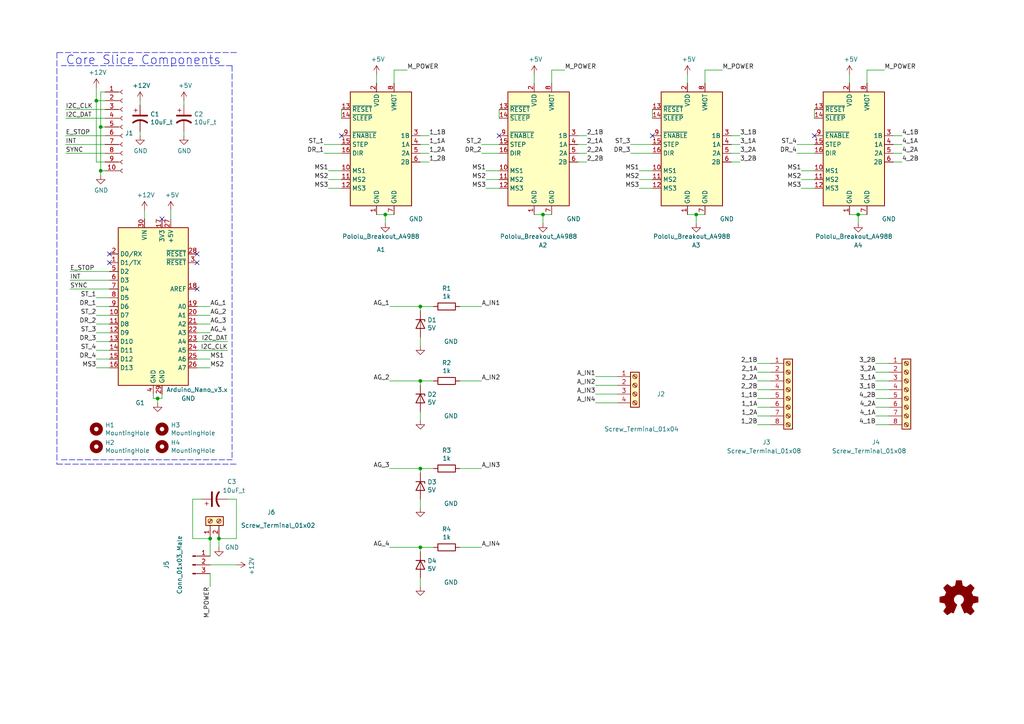
<source format=kicad_sch>
(kicad_sch (version 20211123) (generator eeschema)

  (uuid bfc0aadc-38cf-466e-a642-68fdc3138c78)

  (paper "A4")

  (lib_symbols
    (symbol "BREAD_Slice-rescue:10uF_t-OCI_UPL_2_Capacitors-BREAD_Slice-rescue" (pin_numbers hide) (pin_names (offset 0.254) hide) (in_bom yes) (on_board yes)
      (property "Reference" "C" (id 0) (at 0.635 2.54 0)
        (effects (font (size 1.27 1.27)) (justify left))
      )
      (property "Value" "10uF_t-OCI_UPL_2_Capacitors-BREAD_Slice-rescue" (id 1) (at 0.635 -2.54 0)
        (effects (font (size 1.27 1.27)) (justify left))
      )
      (property "Footprint" "OCI_UPL_FOOTPRINTS:C_2312" (id 2) (at 0 -6.35 0)
        (effects (font (size 0.762 0.762)) hide)
      )
      (property "Datasheet" "https://www.digikey.com/short/qcd8n7" (id 3) (at 0 5.08 0)
        (effects (font (size 0.762 0.762)) hide)
      )
      (property "Part #" "T491C106K025AT" (id 4) (at 0 6.35 0)
        (effects (font (size 0.762 0.762)) hide)
      )
      (property "UPL #" "2.021" (id 5) (at 0 -5.08 0)
        (effects (font (size 0.762 0.762)) hide)
      )
      (property "ki_fp_filters" "SMD*_Pol c_elec* C*elec TantalC* Elko* CP*" (id 6) (at 0 0 0)
        (effects (font (size 1.27 1.27)) hide)
      )
      (symbol "10uF_t-OCI_UPL_2_Capacitors-BREAD_Slice-rescue_0_1"
        (polyline
          (pts
            (xy -2.032 0.762)
            (xy 2.032 0.762)
          )
          (stroke (width 0.508) (type default) (color 0 0 0 0))
          (fill (type none))
        )
        (polyline
          (pts
            (xy -1.778 2.286)
            (xy -0.762 2.286)
          )
          (stroke (width 0) (type default) (color 0 0 0 0))
          (fill (type none))
        )
        (polyline
          (pts
            (xy -1.27 1.778)
            (xy -1.27 2.794)
          )
          (stroke (width 0) (type default) (color 0 0 0 0))
          (fill (type none))
        )
        (arc (start 2.032 -1.27) (mid 0 -0.5572) (end -2.032 -1.27)
          (stroke (width 0.508) (type default) (color 0 0 0 0))
          (fill (type none))
        )
      )
      (symbol "10uF_t-OCI_UPL_2_Capacitors-BREAD_Slice-rescue_1_1"
        (pin passive line (at 0 3.81 270) (length 2.794)
          (name "~" (effects (font (size 1.016 1.016))))
          (number "1" (effects (font (size 1.016 1.016))))
        )
        (pin passive line (at 0 -3.81 90) (length 3.302)
          (name "~" (effects (font (size 1.016 1.016))))
          (number "2" (effects (font (size 1.016 1.016))))
        )
      )
    )
    (symbol "Connector:Conn_01x03_Male" (pin_names (offset 1.016) hide) (in_bom yes) (on_board yes)
      (property "Reference" "J" (id 0) (at 0 5.08 0)
        (effects (font (size 1.27 1.27)))
      )
      (property "Value" "Conn_01x03_Male" (id 1) (at 0 -5.08 0)
        (effects (font (size 1.27 1.27)))
      )
      (property "Footprint" "" (id 2) (at 0 0 0)
        (effects (font (size 1.27 1.27)) hide)
      )
      (property "Datasheet" "~" (id 3) (at 0 0 0)
        (effects (font (size 1.27 1.27)) hide)
      )
      (property "ki_keywords" "connector" (id 4) (at 0 0 0)
        (effects (font (size 1.27 1.27)) hide)
      )
      (property "ki_description" "Generic connector, single row, 01x03, script generated (kicad-library-utils/schlib/autogen/connector/)" (id 5) (at 0 0 0)
        (effects (font (size 1.27 1.27)) hide)
      )
      (property "ki_fp_filters" "Connector*:*_1x??_*" (id 6) (at 0 0 0)
        (effects (font (size 1.27 1.27)) hide)
      )
      (symbol "Conn_01x03_Male_1_1"
        (polyline
          (pts
            (xy 1.27 -2.54)
            (xy 0.8636 -2.54)
          )
          (stroke (width 0.1524) (type default) (color 0 0 0 0))
          (fill (type none))
        )
        (polyline
          (pts
            (xy 1.27 0)
            (xy 0.8636 0)
          )
          (stroke (width 0.1524) (type default) (color 0 0 0 0))
          (fill (type none))
        )
        (polyline
          (pts
            (xy 1.27 2.54)
            (xy 0.8636 2.54)
          )
          (stroke (width 0.1524) (type default) (color 0 0 0 0))
          (fill (type none))
        )
        (rectangle (start 0.8636 -2.413) (end 0 -2.667)
          (stroke (width 0.1524) (type default) (color 0 0 0 0))
          (fill (type outline))
        )
        (rectangle (start 0.8636 0.127) (end 0 -0.127)
          (stroke (width 0.1524) (type default) (color 0 0 0 0))
          (fill (type outline))
        )
        (rectangle (start 0.8636 2.667) (end 0 2.413)
          (stroke (width 0.1524) (type default) (color 0 0 0 0))
          (fill (type outline))
        )
        (pin passive line (at 5.08 2.54 180) (length 3.81)
          (name "Pin_1" (effects (font (size 1.27 1.27))))
          (number "1" (effects (font (size 1.27 1.27))))
        )
        (pin passive line (at 5.08 0 180) (length 3.81)
          (name "Pin_2" (effects (font (size 1.27 1.27))))
          (number "2" (effects (font (size 1.27 1.27))))
        )
        (pin passive line (at 5.08 -2.54 180) (length 3.81)
          (name "Pin_3" (effects (font (size 1.27 1.27))))
          (number "3" (effects (font (size 1.27 1.27))))
        )
      )
    )
    (symbol "Connector:Conn_01x10_Female" (pin_names (offset 1.016) hide) (in_bom yes) (on_board yes)
      (property "Reference" "J" (id 0) (at 0 12.7 0)
        (effects (font (size 1.27 1.27)))
      )
      (property "Value" "Conn_01x10_Female" (id 1) (at 0 -15.24 0)
        (effects (font (size 1.27 1.27)))
      )
      (property "Footprint" "" (id 2) (at 0 0 0)
        (effects (font (size 1.27 1.27)) hide)
      )
      (property "Datasheet" "~" (id 3) (at 0 0 0)
        (effects (font (size 1.27 1.27)) hide)
      )
      (property "ki_keywords" "connector" (id 4) (at 0 0 0)
        (effects (font (size 1.27 1.27)) hide)
      )
      (property "ki_description" "Generic connector, single row, 01x10, script generated (kicad-library-utils/schlib/autogen/connector/)" (id 5) (at 0 0 0)
        (effects (font (size 1.27 1.27)) hide)
      )
      (property "ki_fp_filters" "Connector*:*_1x??_*" (id 6) (at 0 0 0)
        (effects (font (size 1.27 1.27)) hide)
      )
      (symbol "Conn_01x10_Female_1_1"
        (arc (start 0 -12.192) (mid -0.508 -12.7) (end 0 -13.208)
          (stroke (width 0.1524) (type default) (color 0 0 0 0))
          (fill (type none))
        )
        (arc (start 0 -9.652) (mid -0.508 -10.16) (end 0 -10.668)
          (stroke (width 0.1524) (type default) (color 0 0 0 0))
          (fill (type none))
        )
        (arc (start 0 -7.112) (mid -0.508 -7.62) (end 0 -8.128)
          (stroke (width 0.1524) (type default) (color 0 0 0 0))
          (fill (type none))
        )
        (arc (start 0 -4.572) (mid -0.508 -5.08) (end 0 -5.588)
          (stroke (width 0.1524) (type default) (color 0 0 0 0))
          (fill (type none))
        )
        (arc (start 0 -2.032) (mid -0.508 -2.54) (end 0 -3.048)
          (stroke (width 0.1524) (type default) (color 0 0 0 0))
          (fill (type none))
        )
        (polyline
          (pts
            (xy -1.27 -12.7)
            (xy -0.508 -12.7)
          )
          (stroke (width 0.1524) (type default) (color 0 0 0 0))
          (fill (type none))
        )
        (polyline
          (pts
            (xy -1.27 -10.16)
            (xy -0.508 -10.16)
          )
          (stroke (width 0.1524) (type default) (color 0 0 0 0))
          (fill (type none))
        )
        (polyline
          (pts
            (xy -1.27 -7.62)
            (xy -0.508 -7.62)
          )
          (stroke (width 0.1524) (type default) (color 0 0 0 0))
          (fill (type none))
        )
        (polyline
          (pts
            (xy -1.27 -5.08)
            (xy -0.508 -5.08)
          )
          (stroke (width 0.1524) (type default) (color 0 0 0 0))
          (fill (type none))
        )
        (polyline
          (pts
            (xy -1.27 -2.54)
            (xy -0.508 -2.54)
          )
          (stroke (width 0.1524) (type default) (color 0 0 0 0))
          (fill (type none))
        )
        (polyline
          (pts
            (xy -1.27 0)
            (xy -0.508 0)
          )
          (stroke (width 0.1524) (type default) (color 0 0 0 0))
          (fill (type none))
        )
        (polyline
          (pts
            (xy -1.27 2.54)
            (xy -0.508 2.54)
          )
          (stroke (width 0.1524) (type default) (color 0 0 0 0))
          (fill (type none))
        )
        (polyline
          (pts
            (xy -1.27 5.08)
            (xy -0.508 5.08)
          )
          (stroke (width 0.1524) (type default) (color 0 0 0 0))
          (fill (type none))
        )
        (polyline
          (pts
            (xy -1.27 7.62)
            (xy -0.508 7.62)
          )
          (stroke (width 0.1524) (type default) (color 0 0 0 0))
          (fill (type none))
        )
        (polyline
          (pts
            (xy -1.27 10.16)
            (xy -0.508 10.16)
          )
          (stroke (width 0.1524) (type default) (color 0 0 0 0))
          (fill (type none))
        )
        (arc (start 0 0.508) (mid -0.508 0) (end 0 -0.508)
          (stroke (width 0.1524) (type default) (color 0 0 0 0))
          (fill (type none))
        )
        (arc (start 0 3.048) (mid -0.508 2.54) (end 0 2.032)
          (stroke (width 0.1524) (type default) (color 0 0 0 0))
          (fill (type none))
        )
        (arc (start 0 5.588) (mid -0.508 5.08) (end 0 4.572)
          (stroke (width 0.1524) (type default) (color 0 0 0 0))
          (fill (type none))
        )
        (arc (start 0 8.128) (mid -0.508 7.62) (end 0 7.112)
          (stroke (width 0.1524) (type default) (color 0 0 0 0))
          (fill (type none))
        )
        (arc (start 0 10.668) (mid -0.508 10.16) (end 0 9.652)
          (stroke (width 0.1524) (type default) (color 0 0 0 0))
          (fill (type none))
        )
        (pin passive line (at -5.08 10.16 0) (length 3.81)
          (name "Pin_1" (effects (font (size 1.27 1.27))))
          (number "1" (effects (font (size 1.27 1.27))))
        )
        (pin passive line (at -5.08 -12.7 0) (length 3.81)
          (name "Pin_10" (effects (font (size 1.27 1.27))))
          (number "10" (effects (font (size 1.27 1.27))))
        )
        (pin passive line (at -5.08 7.62 0) (length 3.81)
          (name "Pin_2" (effects (font (size 1.27 1.27))))
          (number "2" (effects (font (size 1.27 1.27))))
        )
        (pin passive line (at -5.08 5.08 0) (length 3.81)
          (name "Pin_3" (effects (font (size 1.27 1.27))))
          (number "3" (effects (font (size 1.27 1.27))))
        )
        (pin passive line (at -5.08 2.54 0) (length 3.81)
          (name "Pin_4" (effects (font (size 1.27 1.27))))
          (number "4" (effects (font (size 1.27 1.27))))
        )
        (pin passive line (at -5.08 0 0) (length 3.81)
          (name "Pin_5" (effects (font (size 1.27 1.27))))
          (number "5" (effects (font (size 1.27 1.27))))
        )
        (pin passive line (at -5.08 -2.54 0) (length 3.81)
          (name "Pin_6" (effects (font (size 1.27 1.27))))
          (number "6" (effects (font (size 1.27 1.27))))
        )
        (pin passive line (at -5.08 -5.08 0) (length 3.81)
          (name "Pin_7" (effects (font (size 1.27 1.27))))
          (number "7" (effects (font (size 1.27 1.27))))
        )
        (pin passive line (at -5.08 -7.62 0) (length 3.81)
          (name "Pin_8" (effects (font (size 1.27 1.27))))
          (number "8" (effects (font (size 1.27 1.27))))
        )
        (pin passive line (at -5.08 -10.16 0) (length 3.81)
          (name "Pin_9" (effects (font (size 1.27 1.27))))
          (number "9" (effects (font (size 1.27 1.27))))
        )
      )
    )
    (symbol "Connector:Screw_Terminal_01x02" (pin_names (offset 1.016) hide) (in_bom yes) (on_board yes)
      (property "Reference" "J" (id 0) (at 0 2.54 0)
        (effects (font (size 1.27 1.27)))
      )
      (property "Value" "Screw_Terminal_01x02" (id 1) (at 0 -5.08 0)
        (effects (font (size 1.27 1.27)))
      )
      (property "Footprint" "" (id 2) (at 0 0 0)
        (effects (font (size 1.27 1.27)) hide)
      )
      (property "Datasheet" "~" (id 3) (at 0 0 0)
        (effects (font (size 1.27 1.27)) hide)
      )
      (property "ki_keywords" "screw terminal" (id 4) (at 0 0 0)
        (effects (font (size 1.27 1.27)) hide)
      )
      (property "ki_description" "Generic screw terminal, single row, 01x02, script generated (kicad-library-utils/schlib/autogen/connector/)" (id 5) (at 0 0 0)
        (effects (font (size 1.27 1.27)) hide)
      )
      (property "ki_fp_filters" "TerminalBlock*:*" (id 6) (at 0 0 0)
        (effects (font (size 1.27 1.27)) hide)
      )
      (symbol "Screw_Terminal_01x02_1_1"
        (rectangle (start -1.27 1.27) (end 1.27 -3.81)
          (stroke (width 0.254) (type default) (color 0 0 0 0))
          (fill (type background))
        )
        (circle (center 0 -2.54) (radius 0.635)
          (stroke (width 0.1524) (type default) (color 0 0 0 0))
          (fill (type none))
        )
        (polyline
          (pts
            (xy -0.5334 -2.2098)
            (xy 0.3302 -3.048)
          )
          (stroke (width 0.1524) (type default) (color 0 0 0 0))
          (fill (type none))
        )
        (polyline
          (pts
            (xy -0.5334 0.3302)
            (xy 0.3302 -0.508)
          )
          (stroke (width 0.1524) (type default) (color 0 0 0 0))
          (fill (type none))
        )
        (polyline
          (pts
            (xy -0.3556 -2.032)
            (xy 0.508 -2.8702)
          )
          (stroke (width 0.1524) (type default) (color 0 0 0 0))
          (fill (type none))
        )
        (polyline
          (pts
            (xy -0.3556 0.508)
            (xy 0.508 -0.3302)
          )
          (stroke (width 0.1524) (type default) (color 0 0 0 0))
          (fill (type none))
        )
        (circle (center 0 0) (radius 0.635)
          (stroke (width 0.1524) (type default) (color 0 0 0 0))
          (fill (type none))
        )
        (pin passive line (at -5.08 0 0) (length 3.81)
          (name "Pin_1" (effects (font (size 1.27 1.27))))
          (number "1" (effects (font (size 1.27 1.27))))
        )
        (pin passive line (at -5.08 -2.54 0) (length 3.81)
          (name "Pin_2" (effects (font (size 1.27 1.27))))
          (number "2" (effects (font (size 1.27 1.27))))
        )
      )
    )
    (symbol "Connector:Screw_Terminal_01x04" (pin_names (offset 1.016) hide) (in_bom yes) (on_board yes)
      (property "Reference" "J" (id 0) (at 0 5.08 0)
        (effects (font (size 1.27 1.27)))
      )
      (property "Value" "Screw_Terminal_01x04" (id 1) (at 0 -7.62 0)
        (effects (font (size 1.27 1.27)))
      )
      (property "Footprint" "" (id 2) (at 0 0 0)
        (effects (font (size 1.27 1.27)) hide)
      )
      (property "Datasheet" "~" (id 3) (at 0 0 0)
        (effects (font (size 1.27 1.27)) hide)
      )
      (property "ki_keywords" "screw terminal" (id 4) (at 0 0 0)
        (effects (font (size 1.27 1.27)) hide)
      )
      (property "ki_description" "Generic screw terminal, single row, 01x04, script generated (kicad-library-utils/schlib/autogen/connector/)" (id 5) (at 0 0 0)
        (effects (font (size 1.27 1.27)) hide)
      )
      (property "ki_fp_filters" "TerminalBlock*:*" (id 6) (at 0 0 0)
        (effects (font (size 1.27 1.27)) hide)
      )
      (symbol "Screw_Terminal_01x04_1_1"
        (rectangle (start -1.27 3.81) (end 1.27 -6.35)
          (stroke (width 0.254) (type default) (color 0 0 0 0))
          (fill (type background))
        )
        (circle (center 0 -5.08) (radius 0.635)
          (stroke (width 0.1524) (type default) (color 0 0 0 0))
          (fill (type none))
        )
        (circle (center 0 -2.54) (radius 0.635)
          (stroke (width 0.1524) (type default) (color 0 0 0 0))
          (fill (type none))
        )
        (polyline
          (pts
            (xy -0.5334 -4.7498)
            (xy 0.3302 -5.588)
          )
          (stroke (width 0.1524) (type default) (color 0 0 0 0))
          (fill (type none))
        )
        (polyline
          (pts
            (xy -0.5334 -2.2098)
            (xy 0.3302 -3.048)
          )
          (stroke (width 0.1524) (type default) (color 0 0 0 0))
          (fill (type none))
        )
        (polyline
          (pts
            (xy -0.5334 0.3302)
            (xy 0.3302 -0.508)
          )
          (stroke (width 0.1524) (type default) (color 0 0 0 0))
          (fill (type none))
        )
        (polyline
          (pts
            (xy -0.5334 2.8702)
            (xy 0.3302 2.032)
          )
          (stroke (width 0.1524) (type default) (color 0 0 0 0))
          (fill (type none))
        )
        (polyline
          (pts
            (xy -0.3556 -4.572)
            (xy 0.508 -5.4102)
          )
          (stroke (width 0.1524) (type default) (color 0 0 0 0))
          (fill (type none))
        )
        (polyline
          (pts
            (xy -0.3556 -2.032)
            (xy 0.508 -2.8702)
          )
          (stroke (width 0.1524) (type default) (color 0 0 0 0))
          (fill (type none))
        )
        (polyline
          (pts
            (xy -0.3556 0.508)
            (xy 0.508 -0.3302)
          )
          (stroke (width 0.1524) (type default) (color 0 0 0 0))
          (fill (type none))
        )
        (polyline
          (pts
            (xy -0.3556 3.048)
            (xy 0.508 2.2098)
          )
          (stroke (width 0.1524) (type default) (color 0 0 0 0))
          (fill (type none))
        )
        (circle (center 0 0) (radius 0.635)
          (stroke (width 0.1524) (type default) (color 0 0 0 0))
          (fill (type none))
        )
        (circle (center 0 2.54) (radius 0.635)
          (stroke (width 0.1524) (type default) (color 0 0 0 0))
          (fill (type none))
        )
        (pin passive line (at -5.08 2.54 0) (length 3.81)
          (name "Pin_1" (effects (font (size 1.27 1.27))))
          (number "1" (effects (font (size 1.27 1.27))))
        )
        (pin passive line (at -5.08 0 0) (length 3.81)
          (name "Pin_2" (effects (font (size 1.27 1.27))))
          (number "2" (effects (font (size 1.27 1.27))))
        )
        (pin passive line (at -5.08 -2.54 0) (length 3.81)
          (name "Pin_3" (effects (font (size 1.27 1.27))))
          (number "3" (effects (font (size 1.27 1.27))))
        )
        (pin passive line (at -5.08 -5.08 0) (length 3.81)
          (name "Pin_4" (effects (font (size 1.27 1.27))))
          (number "4" (effects (font (size 1.27 1.27))))
        )
      )
    )
    (symbol "Connector:Screw_Terminal_01x08" (pin_names (offset 1.016) hide) (in_bom yes) (on_board yes)
      (property "Reference" "J" (id 0) (at 0 10.16 0)
        (effects (font (size 1.27 1.27)))
      )
      (property "Value" "Screw_Terminal_01x08" (id 1) (at 0 -12.7 0)
        (effects (font (size 1.27 1.27)))
      )
      (property "Footprint" "" (id 2) (at 0 0 0)
        (effects (font (size 1.27 1.27)) hide)
      )
      (property "Datasheet" "~" (id 3) (at 0 0 0)
        (effects (font (size 1.27 1.27)) hide)
      )
      (property "ki_keywords" "screw terminal" (id 4) (at 0 0 0)
        (effects (font (size 1.27 1.27)) hide)
      )
      (property "ki_description" "Generic screw terminal, single row, 01x08, script generated (kicad-library-utils/schlib/autogen/connector/)" (id 5) (at 0 0 0)
        (effects (font (size 1.27 1.27)) hide)
      )
      (property "ki_fp_filters" "TerminalBlock*:*" (id 6) (at 0 0 0)
        (effects (font (size 1.27 1.27)) hide)
      )
      (symbol "Screw_Terminal_01x08_1_1"
        (rectangle (start -1.27 8.89) (end 1.27 -11.43)
          (stroke (width 0.254) (type default) (color 0 0 0 0))
          (fill (type background))
        )
        (circle (center 0 -10.16) (radius 0.635)
          (stroke (width 0.1524) (type default) (color 0 0 0 0))
          (fill (type none))
        )
        (circle (center 0 -7.62) (radius 0.635)
          (stroke (width 0.1524) (type default) (color 0 0 0 0))
          (fill (type none))
        )
        (circle (center 0 -5.08) (radius 0.635)
          (stroke (width 0.1524) (type default) (color 0 0 0 0))
          (fill (type none))
        )
        (circle (center 0 -2.54) (radius 0.635)
          (stroke (width 0.1524) (type default) (color 0 0 0 0))
          (fill (type none))
        )
        (polyline
          (pts
            (xy -0.5334 -9.8298)
            (xy 0.3302 -10.668)
          )
          (stroke (width 0.1524) (type default) (color 0 0 0 0))
          (fill (type none))
        )
        (polyline
          (pts
            (xy -0.5334 -7.2898)
            (xy 0.3302 -8.128)
          )
          (stroke (width 0.1524) (type default) (color 0 0 0 0))
          (fill (type none))
        )
        (polyline
          (pts
            (xy -0.5334 -4.7498)
            (xy 0.3302 -5.588)
          )
          (stroke (width 0.1524) (type default) (color 0 0 0 0))
          (fill (type none))
        )
        (polyline
          (pts
            (xy -0.5334 -2.2098)
            (xy 0.3302 -3.048)
          )
          (stroke (width 0.1524) (type default) (color 0 0 0 0))
          (fill (type none))
        )
        (polyline
          (pts
            (xy -0.5334 0.3302)
            (xy 0.3302 -0.508)
          )
          (stroke (width 0.1524) (type default) (color 0 0 0 0))
          (fill (type none))
        )
        (polyline
          (pts
            (xy -0.5334 2.8702)
            (xy 0.3302 2.032)
          )
          (stroke (width 0.1524) (type default) (color 0 0 0 0))
          (fill (type none))
        )
        (polyline
          (pts
            (xy -0.5334 5.4102)
            (xy 0.3302 4.572)
          )
          (stroke (width 0.1524) (type default) (color 0 0 0 0))
          (fill (type none))
        )
        (polyline
          (pts
            (xy -0.5334 7.9502)
            (xy 0.3302 7.112)
          )
          (stroke (width 0.1524) (type default) (color 0 0 0 0))
          (fill (type none))
        )
        (polyline
          (pts
            (xy -0.3556 -9.652)
            (xy 0.508 -10.4902)
          )
          (stroke (width 0.1524) (type default) (color 0 0 0 0))
          (fill (type none))
        )
        (polyline
          (pts
            (xy -0.3556 -7.112)
            (xy 0.508 -7.9502)
          )
          (stroke (width 0.1524) (type default) (color 0 0 0 0))
          (fill (type none))
        )
        (polyline
          (pts
            (xy -0.3556 -4.572)
            (xy 0.508 -5.4102)
          )
          (stroke (width 0.1524) (type default) (color 0 0 0 0))
          (fill (type none))
        )
        (polyline
          (pts
            (xy -0.3556 -2.032)
            (xy 0.508 -2.8702)
          )
          (stroke (width 0.1524) (type default) (color 0 0 0 0))
          (fill (type none))
        )
        (polyline
          (pts
            (xy -0.3556 0.508)
            (xy 0.508 -0.3302)
          )
          (stroke (width 0.1524) (type default) (color 0 0 0 0))
          (fill (type none))
        )
        (polyline
          (pts
            (xy -0.3556 3.048)
            (xy 0.508 2.2098)
          )
          (stroke (width 0.1524) (type default) (color 0 0 0 0))
          (fill (type none))
        )
        (polyline
          (pts
            (xy -0.3556 5.588)
            (xy 0.508 4.7498)
          )
          (stroke (width 0.1524) (type default) (color 0 0 0 0))
          (fill (type none))
        )
        (polyline
          (pts
            (xy -0.3556 8.128)
            (xy 0.508 7.2898)
          )
          (stroke (width 0.1524) (type default) (color 0 0 0 0))
          (fill (type none))
        )
        (circle (center 0 0) (radius 0.635)
          (stroke (width 0.1524) (type default) (color 0 0 0 0))
          (fill (type none))
        )
        (circle (center 0 2.54) (radius 0.635)
          (stroke (width 0.1524) (type default) (color 0 0 0 0))
          (fill (type none))
        )
        (circle (center 0 5.08) (radius 0.635)
          (stroke (width 0.1524) (type default) (color 0 0 0 0))
          (fill (type none))
        )
        (circle (center 0 7.62) (radius 0.635)
          (stroke (width 0.1524) (type default) (color 0 0 0 0))
          (fill (type none))
        )
        (pin passive line (at -5.08 7.62 0) (length 3.81)
          (name "Pin_1" (effects (font (size 1.27 1.27))))
          (number "1" (effects (font (size 1.27 1.27))))
        )
        (pin passive line (at -5.08 5.08 0) (length 3.81)
          (name "Pin_2" (effects (font (size 1.27 1.27))))
          (number "2" (effects (font (size 1.27 1.27))))
        )
        (pin passive line (at -5.08 2.54 0) (length 3.81)
          (name "Pin_3" (effects (font (size 1.27 1.27))))
          (number "3" (effects (font (size 1.27 1.27))))
        )
        (pin passive line (at -5.08 0 0) (length 3.81)
          (name "Pin_4" (effects (font (size 1.27 1.27))))
          (number "4" (effects (font (size 1.27 1.27))))
        )
        (pin passive line (at -5.08 -2.54 0) (length 3.81)
          (name "Pin_5" (effects (font (size 1.27 1.27))))
          (number "5" (effects (font (size 1.27 1.27))))
        )
        (pin passive line (at -5.08 -5.08 0) (length 3.81)
          (name "Pin_6" (effects (font (size 1.27 1.27))))
          (number "6" (effects (font (size 1.27 1.27))))
        )
        (pin passive line (at -5.08 -7.62 0) (length 3.81)
          (name "Pin_7" (effects (font (size 1.27 1.27))))
          (number "7" (effects (font (size 1.27 1.27))))
        )
        (pin passive line (at -5.08 -10.16 0) (length 3.81)
          (name "Pin_8" (effects (font (size 1.27 1.27))))
          (number "8" (effects (font (size 1.27 1.27))))
        )
      )
    )
    (symbol "Device:D_Zener" (pin_numbers hide) (pin_names (offset 1.016) hide) (in_bom yes) (on_board yes)
      (property "Reference" "D" (id 0) (at 0 2.54 0)
        (effects (font (size 1.27 1.27)))
      )
      (property "Value" "D_Zener" (id 1) (at 0 -2.54 0)
        (effects (font (size 1.27 1.27)))
      )
      (property "Footprint" "" (id 2) (at 0 0 0)
        (effects (font (size 1.27 1.27)) hide)
      )
      (property "Datasheet" "~" (id 3) (at 0 0 0)
        (effects (font (size 1.27 1.27)) hide)
      )
      (property "ki_keywords" "diode" (id 4) (at 0 0 0)
        (effects (font (size 1.27 1.27)) hide)
      )
      (property "ki_description" "Zener diode" (id 5) (at 0 0 0)
        (effects (font (size 1.27 1.27)) hide)
      )
      (property "ki_fp_filters" "TO-???* *_Diode_* *SingleDiode* D_*" (id 6) (at 0 0 0)
        (effects (font (size 1.27 1.27)) hide)
      )
      (symbol "D_Zener_0_1"
        (polyline
          (pts
            (xy 1.27 0)
            (xy -1.27 0)
          )
          (stroke (width 0) (type default) (color 0 0 0 0))
          (fill (type none))
        )
        (polyline
          (pts
            (xy -1.27 -1.27)
            (xy -1.27 1.27)
            (xy -0.762 1.27)
          )
          (stroke (width 0.254) (type default) (color 0 0 0 0))
          (fill (type none))
        )
        (polyline
          (pts
            (xy 1.27 -1.27)
            (xy 1.27 1.27)
            (xy -1.27 0)
            (xy 1.27 -1.27)
          )
          (stroke (width 0.254) (type default) (color 0 0 0 0))
          (fill (type none))
        )
      )
      (symbol "D_Zener_1_1"
        (pin passive line (at -3.81 0 0) (length 2.54)
          (name "K" (effects (font (size 1.27 1.27))))
          (number "1" (effects (font (size 1.27 1.27))))
        )
        (pin passive line (at 3.81 0 180) (length 2.54)
          (name "A" (effects (font (size 1.27 1.27))))
          (number "2" (effects (font (size 1.27 1.27))))
        )
      )
    )
    (symbol "Device:R" (pin_numbers hide) (pin_names (offset 0)) (in_bom yes) (on_board yes)
      (property "Reference" "R" (id 0) (at 2.032 0 90)
        (effects (font (size 1.27 1.27)))
      )
      (property "Value" "R" (id 1) (at 0 0 90)
        (effects (font (size 1.27 1.27)))
      )
      (property "Footprint" "" (id 2) (at -1.778 0 90)
        (effects (font (size 1.27 1.27)) hide)
      )
      (property "Datasheet" "~" (id 3) (at 0 0 0)
        (effects (font (size 1.27 1.27)) hide)
      )
      (property "ki_keywords" "R res resistor" (id 4) (at 0 0 0)
        (effects (font (size 1.27 1.27)) hide)
      )
      (property "ki_description" "Resistor" (id 5) (at 0 0 0)
        (effects (font (size 1.27 1.27)) hide)
      )
      (property "ki_fp_filters" "R_*" (id 6) (at 0 0 0)
        (effects (font (size 1.27 1.27)) hide)
      )
      (symbol "R_0_1"
        (rectangle (start -1.016 -2.54) (end 1.016 2.54)
          (stroke (width 0.254) (type default) (color 0 0 0 0))
          (fill (type none))
        )
      )
      (symbol "R_1_1"
        (pin passive line (at 0 3.81 270) (length 1.27)
          (name "~" (effects (font (size 1.27 1.27))))
          (number "1" (effects (font (size 1.27 1.27))))
        )
        (pin passive line (at 0 -3.81 90) (length 1.27)
          (name "~" (effects (font (size 1.27 1.27))))
          (number "2" (effects (font (size 1.27 1.27))))
        )
      )
    )
    (symbol "Driver_Motor:Pololu_Breakout_A4988" (in_bom yes) (on_board yes)
      (property "Reference" "A" (id 0) (at -2.54 19.05 0)
        (effects (font (size 1.27 1.27)) (justify right))
      )
      (property "Value" "Pololu_Breakout_A4988" (id 1) (at -2.54 16.51 0)
        (effects (font (size 1.27 1.27)) (justify right))
      )
      (property "Footprint" "Module:Pololu_Breakout-16_15.2x20.3mm" (id 2) (at 6.985 -19.05 0)
        (effects (font (size 1.27 1.27)) (justify left) hide)
      )
      (property "Datasheet" "https://www.pololu.com/product/2980/pictures" (id 3) (at 2.54 -7.62 0)
        (effects (font (size 1.27 1.27)) hide)
      )
      (property "ki_keywords" "Pololu Breakout Board Stepper Driver A4988" (id 4) (at 0 0 0)
        (effects (font (size 1.27 1.27)) hide)
      )
      (property "ki_description" "Pololu Breakout Board, Stepper Driver A4988" (id 5) (at 0 0 0)
        (effects (font (size 1.27 1.27)) hide)
      )
      (property "ki_fp_filters" "Pololu*Breakout*15.2x20.3mm*" (id 6) (at 0 0 0)
        (effects (font (size 1.27 1.27)) hide)
      )
      (symbol "Pololu_Breakout_A4988_0_1"
        (rectangle (start 10.16 -17.78) (end -7.62 15.24)
          (stroke (width 0.254) (type default) (color 0 0 0 0))
          (fill (type background))
        )
      )
      (symbol "Pololu_Breakout_A4988_1_1"
        (pin power_in line (at 0 -20.32 90) (length 2.54)
          (name "GND" (effects (font (size 1.27 1.27))))
          (number "1" (effects (font (size 1.27 1.27))))
        )
        (pin input line (at -10.16 -7.62 0) (length 2.54)
          (name "MS1" (effects (font (size 1.27 1.27))))
          (number "10" (effects (font (size 1.27 1.27))))
        )
        (pin input line (at -10.16 -10.16 0) (length 2.54)
          (name "MS2" (effects (font (size 1.27 1.27))))
          (number "11" (effects (font (size 1.27 1.27))))
        )
        (pin input line (at -10.16 -12.7 0) (length 2.54)
          (name "MS3" (effects (font (size 1.27 1.27))))
          (number "12" (effects (font (size 1.27 1.27))))
        )
        (pin input line (at -10.16 10.16 0) (length 2.54)
          (name "~{RESET}" (effects (font (size 1.27 1.27))))
          (number "13" (effects (font (size 1.27 1.27))))
        )
        (pin input line (at -10.16 7.62 0) (length 2.54)
          (name "~{SLEEP}" (effects (font (size 1.27 1.27))))
          (number "14" (effects (font (size 1.27 1.27))))
        )
        (pin input line (at -10.16 0 0) (length 2.54)
          (name "STEP" (effects (font (size 1.27 1.27))))
          (number "15" (effects (font (size 1.27 1.27))))
        )
        (pin input line (at -10.16 -2.54 0) (length 2.54)
          (name "DIR" (effects (font (size 1.27 1.27))))
          (number "16" (effects (font (size 1.27 1.27))))
        )
        (pin power_in line (at 0 17.78 270) (length 2.54)
          (name "VDD" (effects (font (size 1.27 1.27))))
          (number "2" (effects (font (size 1.27 1.27))))
        )
        (pin output line (at 12.7 2.54 180) (length 2.54)
          (name "1B" (effects (font (size 1.27 1.27))))
          (number "3" (effects (font (size 1.27 1.27))))
        )
        (pin output line (at 12.7 0 180) (length 2.54)
          (name "1A" (effects (font (size 1.27 1.27))))
          (number "4" (effects (font (size 1.27 1.27))))
        )
        (pin output line (at 12.7 -2.54 180) (length 2.54)
          (name "2A" (effects (font (size 1.27 1.27))))
          (number "5" (effects (font (size 1.27 1.27))))
        )
        (pin output line (at 12.7 -5.08 180) (length 2.54)
          (name "2B" (effects (font (size 1.27 1.27))))
          (number "6" (effects (font (size 1.27 1.27))))
        )
        (pin power_in line (at 5.08 -20.32 90) (length 2.54)
          (name "GND" (effects (font (size 1.27 1.27))))
          (number "7" (effects (font (size 1.27 1.27))))
        )
        (pin power_in line (at 5.08 17.78 270) (length 2.54)
          (name "VMOT" (effects (font (size 1.27 1.27))))
          (number "8" (effects (font (size 1.27 1.27))))
        )
        (pin input line (at -10.16 2.54 0) (length 2.54)
          (name "~{ENABLE}" (effects (font (size 1.27 1.27))))
          (number "9" (effects (font (size 1.27 1.27))))
        )
      )
    )
    (symbol "Graphic:Logo_Open_Hardware_Small" (pin_names (offset 1.016)) (in_bom yes) (on_board yes)
      (property "Reference" "#LOGO" (id 0) (at 0 6.985 0)
        (effects (font (size 1.27 1.27)) hide)
      )
      (property "Value" "Logo_Open_Hardware_Small" (id 1) (at 0 -5.715 0)
        (effects (font (size 1.27 1.27)) hide)
      )
      (property "Footprint" "" (id 2) (at 0 0 0)
        (effects (font (size 1.27 1.27)) hide)
      )
      (property "Datasheet" "~" (id 3) (at 0 0 0)
        (effects (font (size 1.27 1.27)) hide)
      )
      (property "ki_keywords" "Logo" (id 4) (at 0 0 0)
        (effects (font (size 1.27 1.27)) hide)
      )
      (property "ki_description" "Open Hardware logo, small" (id 5) (at 0 0 0)
        (effects (font (size 1.27 1.27)) hide)
      )
      (symbol "Logo_Open_Hardware_Small_0_1"
        (polyline
          (pts
            (xy 3.3528 -4.3434)
            (xy 3.302 -4.318)
            (xy 3.175 -4.2418)
            (xy 2.9972 -4.1148)
            (xy 2.7686 -3.9624)
            (xy 2.54 -3.81)
            (xy 2.3622 -3.7084)
            (xy 2.2352 -3.6068)
            (xy 2.1844 -3.5814)
            (xy 2.159 -3.6068)
            (xy 2.0574 -3.6576)
            (xy 1.905 -3.7338)
            (xy 1.8034 -3.7846)
            (xy 1.6764 -3.8354)
            (xy 1.6002 -3.8354)
            (xy 1.6002 -3.8354)
            (xy 1.5494 -3.7338)
            (xy 1.4732 -3.5306)
            (xy 1.3462 -3.302)
            (xy 1.2446 -3.0226)
            (xy 1.1176 -2.7178)
            (xy 0.9652 -2.413)
            (xy 0.8636 -2.1082)
            (xy 0.7366 -1.8288)
            (xy 0.6604 -1.6256)
            (xy 0.6096 -1.4732)
            (xy 0.5842 -1.397)
            (xy 0.5842 -1.397)
            (xy 0.6604 -1.3208)
            (xy 0.7874 -1.2446)
            (xy 1.0414 -1.016)
            (xy 1.2954 -0.6858)
            (xy 1.4478 -0.3302)
            (xy 1.524 0.0762)
            (xy 1.4732 0.4572)
            (xy 1.3208 0.8128)
            (xy 1.0668 1.143)
            (xy 0.762 1.3716)
            (xy 0.4064 1.524)
            (xy 0 1.5748)
            (xy -0.381 1.5494)
            (xy -0.7366 1.397)
            (xy -1.0668 1.143)
            (xy -1.2192 0.9906)
            (xy -1.397 0.6604)
            (xy -1.524 0.3048)
            (xy -1.524 0.2286)
            (xy -1.4986 -0.1778)
            (xy -1.397 -0.5334)
            (xy -1.1938 -0.8636)
            (xy -0.9144 -1.143)
            (xy -0.8636 -1.1684)
            (xy -0.7366 -1.27)
            (xy -0.635 -1.3462)
            (xy -0.5842 -1.397)
            (xy -1.0668 -2.5908)
            (xy -1.143 -2.794)
            (xy -1.2954 -3.1242)
            (xy -1.397 -3.4036)
            (xy -1.4986 -3.6322)
            (xy -1.5748 -3.7846)
            (xy -1.6002 -3.8354)
            (xy -1.6002 -3.8354)
            (xy -1.651 -3.8354)
            (xy -1.7272 -3.81)
            (xy -1.905 -3.7338)
            (xy -2.0066 -3.683)
            (xy -2.1336 -3.6068)
            (xy -2.2098 -3.5814)
            (xy -2.2606 -3.6068)
            (xy -2.3622 -3.683)
            (xy -2.54 -3.81)
            (xy -2.7686 -3.9624)
            (xy -2.9718 -4.0894)
            (xy -3.1496 -4.2164)
            (xy -3.302 -4.318)
            (xy -3.3528 -4.3434)
            (xy -3.3782 -4.3434)
            (xy -3.429 -4.318)
            (xy -3.5306 -4.2164)
            (xy -3.7084 -4.064)
            (xy -3.937 -3.8354)
            (xy -3.9624 -3.81)
            (xy -4.1656 -3.6068)
            (xy -4.318 -3.4544)
            (xy -4.4196 -3.3274)
            (xy -4.445 -3.2766)
            (xy -4.445 -3.2766)
            (xy -4.4196 -3.2258)
            (xy -4.318 -3.0734)
            (xy -4.2164 -2.8956)
            (xy -4.064 -2.667)
            (xy -3.6576 -2.0828)
            (xy -3.8862 -1.5494)
            (xy -3.937 -1.3716)
            (xy -4.0386 -1.1684)
            (xy -4.0894 -1.0414)
            (xy -4.1148 -0.9652)
            (xy -4.191 -0.9398)
            (xy -4.318 -0.9144)
            (xy -4.5466 -0.8636)
            (xy -4.8006 -0.8128)
            (xy -5.0546 -0.7874)
            (xy -5.2578 -0.7366)
            (xy -5.4356 -0.7112)
            (xy -5.5118 -0.6858)
            (xy -5.5118 -0.6858)
            (xy -5.5372 -0.635)
            (xy -5.5372 -0.5588)
            (xy -5.5372 -0.4318)
            (xy -5.5626 -0.2286)
            (xy -5.5626 0.0762)
            (xy -5.5626 0.127)
            (xy -5.5372 0.4064)
            (xy -5.5372 0.635)
            (xy -5.5372 0.762)
            (xy -5.5372 0.8382)
            (xy -5.5372 0.8382)
            (xy -5.461 0.8382)
            (xy -5.3086 0.889)
            (xy -5.08 0.9144)
            (xy -4.826 0.9652)
            (xy -4.8006 0.9906)
            (xy -4.5466 1.0414)
            (xy -4.318 1.0668)
            (xy -4.1656 1.1176)
            (xy -4.0894 1.143)
            (xy -4.0894 1.143)
            (xy -4.0386 1.2446)
            (xy -3.9624 1.4224)
            (xy -3.8608 1.6256)
            (xy -3.7846 1.8288)
            (xy -3.7084 2.0066)
            (xy -3.6576 2.159)
            (xy -3.6322 2.2098)
            (xy -3.6322 2.2098)
            (xy -3.683 2.286)
            (xy -3.7592 2.413)
            (xy -3.8862 2.5908)
            (xy -4.064 2.8194)
            (xy -4.064 2.8448)
            (xy -4.2164 3.0734)
            (xy -4.3434 3.2512)
            (xy -4.4196 3.3782)
            (xy -4.445 3.4544)
            (xy -4.445 3.4544)
            (xy -4.3942 3.5052)
            (xy -4.2926 3.6322)
            (xy -4.1148 3.81)
            (xy -3.937 4.0132)
            (xy -3.8608 4.064)
            (xy -3.6576 4.2926)
            (xy -3.5052 4.4196)
            (xy -3.4036 4.4958)
            (xy -3.3528 4.5212)
            (xy -3.3528 4.5212)
            (xy -3.302 4.4704)
            (xy -3.1496 4.3688)
            (xy -2.9718 4.2418)
            (xy -2.7432 4.0894)
            (xy -2.7178 4.0894)
            (xy -2.4892 3.937)
            (xy -2.3114 3.81)
            (xy -2.1844 3.7084)
            (xy -2.1336 3.683)
            (xy -2.1082 3.683)
            (xy -2.032 3.7084)
            (xy -1.8542 3.7592)
            (xy -1.6764 3.8354)
            (xy -1.4732 3.937)
            (xy -1.27 4.0132)
            (xy -1.143 4.064)
            (xy -1.0668 4.1148)
            (xy -1.0668 4.1148)
            (xy -1.0414 4.191)
            (xy -1.016 4.3434)
            (xy -0.9652 4.572)
            (xy -0.9144 4.8514)
            (xy -0.889 4.9022)
            (xy -0.8382 5.1562)
            (xy -0.8128 5.3848)
            (xy -0.7874 5.5372)
            (xy -0.762 5.588)
            (xy -0.7112 5.6134)
            (xy -0.5842 5.6134)
            (xy -0.4064 5.6134)
            (xy -0.1524 5.6134)
            (xy 0.0762 5.6134)
            (xy 0.3302 5.6134)
            (xy 0.5334 5.6134)
            (xy 0.6858 5.588)
            (xy 0.7366 5.588)
            (xy 0.7366 5.588)
            (xy 0.762 5.5118)
            (xy 0.8128 5.334)
            (xy 0.8382 5.1054)
            (xy 0.9144 4.826)
            (xy 0.9144 4.7752)
            (xy 0.9652 4.5212)
            (xy 1.016 4.2926)
            (xy 1.0414 4.1402)
            (xy 1.0668 4.0894)
            (xy 1.0668 4.0894)
            (xy 1.1938 4.0386)
            (xy 1.3716 3.9624)
            (xy 1.5748 3.8608)
            (xy 2.0828 3.6576)
            (xy 2.7178 4.0894)
            (xy 2.7686 4.1402)
            (xy 2.9972 4.2926)
            (xy 3.175 4.4196)
            (xy 3.302 4.4958)
            (xy 3.3782 4.5212)
            (xy 3.3782 4.5212)
            (xy 3.429 4.4704)
            (xy 3.556 4.3434)
            (xy 3.7338 4.191)
            (xy 3.9116 3.9878)
            (xy 4.064 3.8354)
            (xy 4.2418 3.6576)
            (xy 4.3434 3.556)
            (xy 4.4196 3.4798)
            (xy 4.4196 3.429)
            (xy 4.4196 3.4036)
            (xy 4.3942 3.3274)
            (xy 4.2926 3.2004)
            (xy 4.1656 2.9972)
            (xy 4.0132 2.794)
            (xy 3.8862 2.5908)
            (xy 3.7592 2.3876)
            (xy 3.6576 2.2352)
            (xy 3.6322 2.159)
            (xy 3.6322 2.1336)
            (xy 3.683 2.0066)
            (xy 3.7592 1.8288)
            (xy 3.8608 1.6002)
            (xy 4.064 1.1176)
            (xy 4.3942 1.0414)
            (xy 4.5974 1.016)
            (xy 4.8768 0.9652)
            (xy 5.1308 0.9144)
            (xy 5.5372 0.8382)
            (xy 5.5626 -0.6604)
            (xy 5.4864 -0.6858)
            (xy 5.4356 -0.6858)
            (xy 5.2832 -0.7366)
            (xy 5.0546 -0.762)
            (xy 4.8006 -0.8128)
            (xy 4.5974 -0.8636)
            (xy 4.3688 -0.9144)
            (xy 4.2164 -0.9398)
            (xy 4.1402 -0.9398)
            (xy 4.1148 -0.9652)
            (xy 4.064 -1.0668)
            (xy 3.9878 -1.2446)
            (xy 3.9116 -1.4478)
            (xy 3.81 -1.651)
            (xy 3.7338 -1.8542)
            (xy 3.683 -2.0066)
            (xy 3.6576 -2.0828)
            (xy 3.683 -2.1336)
            (xy 3.7846 -2.2606)
            (xy 3.8862 -2.4638)
            (xy 4.0386 -2.667)
            (xy 4.191 -2.8956)
            (xy 4.318 -3.0734)
            (xy 4.3942 -3.2004)
            (xy 4.445 -3.2766)
            (xy 4.4196 -3.3274)
            (xy 4.3434 -3.429)
            (xy 4.1656 -3.5814)
            (xy 3.937 -3.8354)
            (xy 3.8862 -3.8608)
            (xy 3.683 -4.064)
            (xy 3.5306 -4.2164)
            (xy 3.4036 -4.318)
            (xy 3.3528 -4.3434)
          )
          (stroke (width 0) (type default) (color 0 0 0 0))
          (fill (type outline))
        )
      )
    )
    (symbol "MCU_Module:Arduino_Nano_v3.x" (in_bom yes) (on_board yes)
      (property "Reference" "A" (id 0) (at -10.16 23.495 0)
        (effects (font (size 1.27 1.27)) (justify left bottom))
      )
      (property "Value" "Arduino_Nano_v3.x" (id 1) (at 5.08 -24.13 0)
        (effects (font (size 1.27 1.27)) (justify left top))
      )
      (property "Footprint" "Module:Arduino_Nano" (id 2) (at 0 0 0)
        (effects (font (size 1.27 1.27) italic) hide)
      )
      (property "Datasheet" "http://www.mouser.com/pdfdocs/Gravitech_Arduino_Nano3_0.pdf" (id 3) (at 0 0 0)
        (effects (font (size 1.27 1.27)) hide)
      )
      (property "ki_keywords" "Arduino nano microcontroller module USB" (id 4) (at 0 0 0)
        (effects (font (size 1.27 1.27)) hide)
      )
      (property "ki_description" "Arduino Nano v3.x" (id 5) (at 0 0 0)
        (effects (font (size 1.27 1.27)) hide)
      )
      (property "ki_fp_filters" "Arduino*Nano*" (id 6) (at 0 0 0)
        (effects (font (size 1.27 1.27)) hide)
      )
      (symbol "Arduino_Nano_v3.x_0_1"
        (rectangle (start -10.16 22.86) (end 10.16 -22.86)
          (stroke (width 0.254) (type default) (color 0 0 0 0))
          (fill (type background))
        )
      )
      (symbol "Arduino_Nano_v3.x_1_1"
        (pin bidirectional line (at -12.7 12.7 0) (length 2.54)
          (name "D1/TX" (effects (font (size 1.27 1.27))))
          (number "1" (effects (font (size 1.27 1.27))))
        )
        (pin bidirectional line (at -12.7 -2.54 0) (length 2.54)
          (name "D7" (effects (font (size 1.27 1.27))))
          (number "10" (effects (font (size 1.27 1.27))))
        )
        (pin bidirectional line (at -12.7 -5.08 0) (length 2.54)
          (name "D8" (effects (font (size 1.27 1.27))))
          (number "11" (effects (font (size 1.27 1.27))))
        )
        (pin bidirectional line (at -12.7 -7.62 0) (length 2.54)
          (name "D9" (effects (font (size 1.27 1.27))))
          (number "12" (effects (font (size 1.27 1.27))))
        )
        (pin bidirectional line (at -12.7 -10.16 0) (length 2.54)
          (name "D10" (effects (font (size 1.27 1.27))))
          (number "13" (effects (font (size 1.27 1.27))))
        )
        (pin bidirectional line (at -12.7 -12.7 0) (length 2.54)
          (name "D11" (effects (font (size 1.27 1.27))))
          (number "14" (effects (font (size 1.27 1.27))))
        )
        (pin bidirectional line (at -12.7 -15.24 0) (length 2.54)
          (name "D12" (effects (font (size 1.27 1.27))))
          (number "15" (effects (font (size 1.27 1.27))))
        )
        (pin bidirectional line (at -12.7 -17.78 0) (length 2.54)
          (name "D13" (effects (font (size 1.27 1.27))))
          (number "16" (effects (font (size 1.27 1.27))))
        )
        (pin power_out line (at 2.54 25.4 270) (length 2.54)
          (name "3V3" (effects (font (size 1.27 1.27))))
          (number "17" (effects (font (size 1.27 1.27))))
        )
        (pin input line (at 12.7 5.08 180) (length 2.54)
          (name "AREF" (effects (font (size 1.27 1.27))))
          (number "18" (effects (font (size 1.27 1.27))))
        )
        (pin bidirectional line (at 12.7 0 180) (length 2.54)
          (name "A0" (effects (font (size 1.27 1.27))))
          (number "19" (effects (font (size 1.27 1.27))))
        )
        (pin bidirectional line (at -12.7 15.24 0) (length 2.54)
          (name "D0/RX" (effects (font (size 1.27 1.27))))
          (number "2" (effects (font (size 1.27 1.27))))
        )
        (pin bidirectional line (at 12.7 -2.54 180) (length 2.54)
          (name "A1" (effects (font (size 1.27 1.27))))
          (number "20" (effects (font (size 1.27 1.27))))
        )
        (pin bidirectional line (at 12.7 -5.08 180) (length 2.54)
          (name "A2" (effects (font (size 1.27 1.27))))
          (number "21" (effects (font (size 1.27 1.27))))
        )
        (pin bidirectional line (at 12.7 -7.62 180) (length 2.54)
          (name "A3" (effects (font (size 1.27 1.27))))
          (number "22" (effects (font (size 1.27 1.27))))
        )
        (pin bidirectional line (at 12.7 -10.16 180) (length 2.54)
          (name "A4" (effects (font (size 1.27 1.27))))
          (number "23" (effects (font (size 1.27 1.27))))
        )
        (pin bidirectional line (at 12.7 -12.7 180) (length 2.54)
          (name "A5" (effects (font (size 1.27 1.27))))
          (number "24" (effects (font (size 1.27 1.27))))
        )
        (pin bidirectional line (at 12.7 -15.24 180) (length 2.54)
          (name "A6" (effects (font (size 1.27 1.27))))
          (number "25" (effects (font (size 1.27 1.27))))
        )
        (pin bidirectional line (at 12.7 -17.78 180) (length 2.54)
          (name "A7" (effects (font (size 1.27 1.27))))
          (number "26" (effects (font (size 1.27 1.27))))
        )
        (pin power_out line (at 5.08 25.4 270) (length 2.54)
          (name "+5V" (effects (font (size 1.27 1.27))))
          (number "27" (effects (font (size 1.27 1.27))))
        )
        (pin input line (at 12.7 15.24 180) (length 2.54)
          (name "~{RESET}" (effects (font (size 1.27 1.27))))
          (number "28" (effects (font (size 1.27 1.27))))
        )
        (pin power_in line (at 2.54 -25.4 90) (length 2.54)
          (name "GND" (effects (font (size 1.27 1.27))))
          (number "29" (effects (font (size 1.27 1.27))))
        )
        (pin input line (at 12.7 12.7 180) (length 2.54)
          (name "~{RESET}" (effects (font (size 1.27 1.27))))
          (number "3" (effects (font (size 1.27 1.27))))
        )
        (pin power_in line (at -2.54 25.4 270) (length 2.54)
          (name "VIN" (effects (font (size 1.27 1.27))))
          (number "30" (effects (font (size 1.27 1.27))))
        )
        (pin power_in line (at 0 -25.4 90) (length 2.54)
          (name "GND" (effects (font (size 1.27 1.27))))
          (number "4" (effects (font (size 1.27 1.27))))
        )
        (pin bidirectional line (at -12.7 10.16 0) (length 2.54)
          (name "D2" (effects (font (size 1.27 1.27))))
          (number "5" (effects (font (size 1.27 1.27))))
        )
        (pin bidirectional line (at -12.7 7.62 0) (length 2.54)
          (name "D3" (effects (font (size 1.27 1.27))))
          (number "6" (effects (font (size 1.27 1.27))))
        )
        (pin bidirectional line (at -12.7 5.08 0) (length 2.54)
          (name "D4" (effects (font (size 1.27 1.27))))
          (number "7" (effects (font (size 1.27 1.27))))
        )
        (pin bidirectional line (at -12.7 2.54 0) (length 2.54)
          (name "D5" (effects (font (size 1.27 1.27))))
          (number "8" (effects (font (size 1.27 1.27))))
        )
        (pin bidirectional line (at -12.7 0 0) (length 2.54)
          (name "D6" (effects (font (size 1.27 1.27))))
          (number "9" (effects (font (size 1.27 1.27))))
        )
      )
    )
    (symbol "Mechanical:MountingHole" (pin_names (offset 1.016)) (in_bom yes) (on_board yes)
      (property "Reference" "H" (id 0) (at 0 5.08 0)
        (effects (font (size 1.27 1.27)))
      )
      (property "Value" "MountingHole" (id 1) (at 0 3.175 0)
        (effects (font (size 1.27 1.27)))
      )
      (property "Footprint" "" (id 2) (at 0 0 0)
        (effects (font (size 1.27 1.27)) hide)
      )
      (property "Datasheet" "~" (id 3) (at 0 0 0)
        (effects (font (size 1.27 1.27)) hide)
      )
      (property "ki_keywords" "mounting hole" (id 4) (at 0 0 0)
        (effects (font (size 1.27 1.27)) hide)
      )
      (property "ki_description" "Mounting Hole without connection" (id 5) (at 0 0 0)
        (effects (font (size 1.27 1.27)) hide)
      )
      (property "ki_fp_filters" "MountingHole*" (id 6) (at 0 0 0)
        (effects (font (size 1.27 1.27)) hide)
      )
      (symbol "MountingHole_0_1"
        (circle (center 0 0) (radius 1.27)
          (stroke (width 1.27) (type default) (color 0 0 0 0))
          (fill (type none))
        )
      )
    )
    (symbol "power:+12V" (power) (pin_names (offset 0)) (in_bom yes) (on_board yes)
      (property "Reference" "#PWR" (id 0) (at 0 -3.81 0)
        (effects (font (size 1.27 1.27)) hide)
      )
      (property "Value" "+12V" (id 1) (at 0 3.556 0)
        (effects (font (size 1.27 1.27)))
      )
      (property "Footprint" "" (id 2) (at 0 0 0)
        (effects (font (size 1.27 1.27)) hide)
      )
      (property "Datasheet" "" (id 3) (at 0 0 0)
        (effects (font (size 1.27 1.27)) hide)
      )
      (property "ki_keywords" "global power" (id 4) (at 0 0 0)
        (effects (font (size 1.27 1.27)) hide)
      )
      (property "ki_description" "Power symbol creates a global label with name \"+12V\"" (id 5) (at 0 0 0)
        (effects (font (size 1.27 1.27)) hide)
      )
      (symbol "+12V_0_1"
        (polyline
          (pts
            (xy -0.762 1.27)
            (xy 0 2.54)
          )
          (stroke (width 0) (type default) (color 0 0 0 0))
          (fill (type none))
        )
        (polyline
          (pts
            (xy 0 0)
            (xy 0 2.54)
          )
          (stroke (width 0) (type default) (color 0 0 0 0))
          (fill (type none))
        )
        (polyline
          (pts
            (xy 0 2.54)
            (xy 0.762 1.27)
          )
          (stroke (width 0) (type default) (color 0 0 0 0))
          (fill (type none))
        )
      )
      (symbol "+12V_1_1"
        (pin power_in line (at 0 0 90) (length 0) hide
          (name "+12V" (effects (font (size 1.27 1.27))))
          (number "1" (effects (font (size 1.27 1.27))))
        )
      )
    )
    (symbol "power:+5V" (power) (pin_names (offset 0)) (in_bom yes) (on_board yes)
      (property "Reference" "#PWR" (id 0) (at 0 -3.81 0)
        (effects (font (size 1.27 1.27)) hide)
      )
      (property "Value" "+5V" (id 1) (at 0 3.556 0)
        (effects (font (size 1.27 1.27)))
      )
      (property "Footprint" "" (id 2) (at 0 0 0)
        (effects (font (size 1.27 1.27)) hide)
      )
      (property "Datasheet" "" (id 3) (at 0 0 0)
        (effects (font (size 1.27 1.27)) hide)
      )
      (property "ki_keywords" "global power" (id 4) (at 0 0 0)
        (effects (font (size 1.27 1.27)) hide)
      )
      (property "ki_description" "Power symbol creates a global label with name \"+5V\"" (id 5) (at 0 0 0)
        (effects (font (size 1.27 1.27)) hide)
      )
      (symbol "+5V_0_1"
        (polyline
          (pts
            (xy -0.762 1.27)
            (xy 0 2.54)
          )
          (stroke (width 0) (type default) (color 0 0 0 0))
          (fill (type none))
        )
        (polyline
          (pts
            (xy 0 0)
            (xy 0 2.54)
          )
          (stroke (width 0) (type default) (color 0 0 0 0))
          (fill (type none))
        )
        (polyline
          (pts
            (xy 0 2.54)
            (xy 0.762 1.27)
          )
          (stroke (width 0) (type default) (color 0 0 0 0))
          (fill (type none))
        )
      )
      (symbol "+5V_1_1"
        (pin power_in line (at 0 0 90) (length 0) hide
          (name "+5V" (effects (font (size 1.27 1.27))))
          (number "1" (effects (font (size 1.27 1.27))))
        )
      )
    )
    (symbol "power:GND" (power) (pin_names (offset 0)) (in_bom yes) (on_board yes)
      (property "Reference" "#PWR" (id 0) (at 0 -6.35 0)
        (effects (font (size 1.27 1.27)) hide)
      )
      (property "Value" "GND" (id 1) (at 0 -3.81 0)
        (effects (font (size 1.27 1.27)))
      )
      (property "Footprint" "" (id 2) (at 0 0 0)
        (effects (font (size 1.27 1.27)) hide)
      )
      (property "Datasheet" "" (id 3) (at 0 0 0)
        (effects (font (size 1.27 1.27)) hide)
      )
      (property "ki_keywords" "global power" (id 4) (at 0 0 0)
        (effects (font (size 1.27 1.27)) hide)
      )
      (property "ki_description" "Power symbol creates a global label with name \"GND\" , ground" (id 5) (at 0 0 0)
        (effects (font (size 1.27 1.27)) hide)
      )
      (symbol "GND_0_1"
        (polyline
          (pts
            (xy 0 0)
            (xy 0 -1.27)
            (xy 1.27 -1.27)
            (xy 0 -2.54)
            (xy -1.27 -1.27)
            (xy 0 -1.27)
          )
          (stroke (width 0) (type default) (color 0 0 0 0))
          (fill (type none))
        )
      )
      (symbol "GND_1_1"
        (pin power_in line (at 0 0 270) (length 0) hide
          (name "GND" (effects (font (size 1.27 1.27))))
          (number "1" (effects (font (size 1.27 1.27))))
        )
      )
    )
  )

  (junction (at 121.92 88.9) (diameter 0) (color 0 0 0 0)
    (uuid 143ed874-a01f-4ced-ba4e-bbb66ddd1f70)
  )
  (junction (at 60.96 156.21) (diameter 0) (color 0 0 0 0)
    (uuid 2035ea48-3ef5-4d7f-8c3c-50981b30c89a)
  )
  (junction (at 121.92 158.75) (diameter 0) (color 0 0 0 0)
    (uuid 5d9921f1-08b3-4cc9-8cf7-e9a72ca2fdb7)
  )
  (junction (at 45.72 115.57) (diameter 0) (color 0 0 0 0)
    (uuid 66043bca-a260-4915-9fce-8a51d324c687)
  )
  (junction (at 27.94 29.21) (diameter 0) (color 0 0 0 0)
    (uuid 8a650ebf-3f78-4ca4-a26b-a5028693e36d)
  )
  (junction (at 201.93 62.23) (diameter 0) (color 0 0 0 0)
    (uuid 8c0807a7-765b-4fa5-baaa-e09a2b610e6b)
  )
  (junction (at 29.21 49.53) (diameter 0) (color 0 0 0 0)
    (uuid a5cd8da1-8f7f-4f80-bb23-0317de562222)
  )
  (junction (at 29.21 36.83) (diameter 0) (color 0 0 0 0)
    (uuid abe07c9a-17c3-43b5-b7a6-ae867ac27ea7)
  )
  (junction (at 121.92 110.49) (diameter 0) (color 0 0 0 0)
    (uuid afd38b10-2eca-4abe-aed1-a96fb07ffdbe)
  )
  (junction (at 63.5 156.21) (diameter 0) (color 0 0 0 0)
    (uuid b287f145-851e-45cc-b200-e62677b551d5)
  )
  (junction (at 121.92 135.89) (diameter 0) (color 0 0 0 0)
    (uuid c514e30c-e48e-4ca5-ab44-8b3afedef1f2)
  )
  (junction (at 248.92 62.23) (diameter 0) (color 0 0 0 0)
    (uuid cb16d05e-318b-4e51-867b-70d791d75bea)
  )
  (junction (at 111.76 62.23) (diameter 0) (color 0 0 0 0)
    (uuid d0fb0864-e79b-4bdc-8e8e-eed0cabe6d56)
  )
  (junction (at 157.48 62.23) (diameter 0) (color 0 0 0 0)
    (uuid ebd06df3-d52b-4cff-99a2-a771df6d3733)
  )

  (no_connect (at 31.75 76.2) (uuid 0217dfc4-fc13-4699-99ad-d9948522648e))
  (no_connect (at 46.99 63.5) (uuid 3e903008-0276-4a73-8edb-5d9dfde6297c))
  (no_connect (at 144.78 39.37) (uuid 609b9e1b-4e3b-42b7-ac76-a62ec4d0e7c7))
  (no_connect (at 57.15 76.2) (uuid 6475547d-3216-45a4-a15c-48314f1dd0f9))
  (no_connect (at 236.22 39.37) (uuid 6bf05d19-ba3e-4ba6-8a6f-4e0bc45ea3b2))
  (no_connect (at 57.15 73.66) (uuid 75ffc65c-7132-4411-9f2a-ae0c73d79338))
  (no_connect (at 57.15 83.82) (uuid 8c6a821f-8e19-48f3-8f44-9b340f7689bc))
  (no_connect (at 189.23 39.37) (uuid b7867831-ef82-4f33-a926-59e5c1c09b91))
  (no_connect (at 31.75 73.66) (uuid bd5408e4-362d-4e43-9d39-78fb99eb52c8))
  (no_connect (at 99.06 39.37) (uuid e54e5e19-1deb-49a9-8629-617db8e434c0))

  (wire (pts (xy 223.52 115.57) (xy 219.71 115.57))
    (stroke (width 0) (type default) (color 0 0 0 0))
    (uuid 008da5b9-6f95-4113-b7d0-d93ac62efd33)
  )
  (wire (pts (xy 20.32 83.82) (xy 31.75 83.82))
    (stroke (width 0) (type default) (color 0 0 0 0))
    (uuid 009a4fb4-fcc0-4623-ae5d-c1bae3219583)
  )
  (wire (pts (xy 27.94 29.21) (xy 30.48 29.21))
    (stroke (width 0) (type default) (color 0 0 0 0))
    (uuid 01e9b6e7-adf9-4ee7-9447-a588630ee4a2)
  )
  (polyline (pts (xy 16.51 15.24) (xy 16.51 134.62))
    (stroke (width 0) (type default) (color 0 0 0 0))
    (uuid 0351df45-d042-41d4-ba35-88092c7be2fc)
  )

  (wire (pts (xy 223.52 107.95) (xy 219.71 107.95))
    (stroke (width 0) (type default) (color 0 0 0 0))
    (uuid 04cf2f2c-74bf-400d-b4f6-201720df00ed)
  )
  (wire (pts (xy 31.75 93.98) (xy 27.94 93.98))
    (stroke (width 0) (type default) (color 0 0 0 0))
    (uuid 065b9982-55f2-4822-977e-07e8a06e7b35)
  )
  (wire (pts (xy 57.15 91.44) (xy 60.96 91.44))
    (stroke (width 0) (type default) (color 0 0 0 0))
    (uuid 071522c0-d0ed-49b9-906e-6295f67fb0dc)
  )
  (wire (pts (xy 254 105.41) (xy 257.81 105.41))
    (stroke (width 0) (type default) (color 0 0 0 0))
    (uuid 088f77ba-fca9-42b3-876e-a6937267f957)
  )
  (wire (pts (xy 29.21 36.83) (xy 29.21 26.67))
    (stroke (width 0) (type default) (color 0 0 0 0))
    (uuid 0c3dceba-7c95-4b3d-b590-0eb581444beb)
  )
  (wire (pts (xy 140.97 54.61) (xy 144.78 54.61))
    (stroke (width 0) (type default) (color 0 0 0 0))
    (uuid 0cc45b5b-96b3-4284-9cae-a3a9e324a916)
  )
  (wire (pts (xy 111.76 62.23) (xy 111.76 64.77))
    (stroke (width 0) (type default) (color 0 0 0 0))
    (uuid 0ce8d3ab-2662-4158-8a2a-18b782908fc5)
  )
  (wire (pts (xy 31.75 106.68) (xy 27.94 106.68))
    (stroke (width 0) (type default) (color 0 0 0 0))
    (uuid 0f31f11f-c374-4640-b9a4-07bbdba8d354)
  )
  (wire (pts (xy 99.06 44.45) (xy 93.98 44.45))
    (stroke (width 0) (type default) (color 0 0 0 0))
    (uuid 101ef598-601d-400e-9ef6-d655fbb1dbfa)
  )
  (wire (pts (xy 189.23 34.29) (xy 189.23 31.75))
    (stroke (width 0) (type default) (color 0 0 0 0))
    (uuid 15fe8f3d-6077-4e0e-81d0-8ec3f4538981)
  )
  (wire (pts (xy 19.05 34.29) (xy 30.48 34.29))
    (stroke (width 0) (type default) (color 0 0 0 0))
    (uuid 16a9ae8c-3ad2-439b-8efe-377c994670c7)
  )
  (wire (pts (xy 30.48 49.53) (xy 29.21 49.53))
    (stroke (width 0) (type default) (color 0 0 0 0))
    (uuid 16bd6381-8ac0-4bf2-9dce-ecc20c724b8d)
  )
  (wire (pts (xy 248.92 62.23) (xy 248.92 64.77))
    (stroke (width 0) (type default) (color 0 0 0 0))
    (uuid 173f6f06-e7d0-42ac-ab03-ce6b79b9eeee)
  )
  (wire (pts (xy 57.15 106.68) (xy 60.96 106.68))
    (stroke (width 0) (type default) (color 0 0 0 0))
    (uuid 18b7e157-ae67-48ad-bd7c-9fef6fe45b22)
  )
  (wire (pts (xy 121.92 137.16) (xy 121.92 135.89))
    (stroke (width 0) (type default) (color 0 0 0 0))
    (uuid 196a8dd5-5fd6-4c7f-ae4a-0104bd82e61b)
  )
  (wire (pts (xy 95.25 54.61) (xy 99.06 54.61))
    (stroke (width 0) (type default) (color 0 0 0 0))
    (uuid 19b0959e-a79b-43b2-a5ad-525ced7e9131)
  )
  (wire (pts (xy 31.75 78.74) (xy 20.32 78.74))
    (stroke (width 0) (type default) (color 0 0 0 0))
    (uuid 1a6d2848-e78e-49fe-8978-e1890f07836f)
  )
  (wire (pts (xy 223.52 110.49) (xy 219.71 110.49))
    (stroke (width 0) (type default) (color 0 0 0 0))
    (uuid 1bdd5841-68b7-42e2-9447-cbdb608d8a08)
  )
  (wire (pts (xy 185.42 49.53) (xy 189.23 49.53))
    (stroke (width 0) (type default) (color 0 0 0 0))
    (uuid 1f8b2c0c-b042-4e2e-80f6-4959a27b238f)
  )
  (wire (pts (xy 214.63 46.99) (xy 212.09 46.99))
    (stroke (width 0) (type default) (color 0 0 0 0))
    (uuid 1f9ae101-c652-4998-a503-17aedf3d5746)
  )
  (wire (pts (xy 109.22 24.13) (xy 109.22 21.59))
    (stroke (width 0) (type default) (color 0 0 0 0))
    (uuid 240c10af-51b5-420e-a6f4-a2c8f5db1db5)
  )
  (wire (pts (xy 57.15 101.6) (xy 66.04 101.6))
    (stroke (width 0) (type default) (color 0 0 0 0))
    (uuid 24f7628d-681d-4f0e-8409-40a129e929d9)
  )
  (wire (pts (xy 40.64 39.37) (xy 40.64 38.1))
    (stroke (width 0) (type default) (color 0 0 0 0))
    (uuid 25d545dc-8f50-4573-922c-35ef5a2a3a19)
  )
  (wire (pts (xy 31.75 86.36) (xy 27.94 86.36))
    (stroke (width 0) (type default) (color 0 0 0 0))
    (uuid 25e5aa8e-2696-44a3-8d3c-c2c53f2923cf)
  )
  (wire (pts (xy 57.15 93.98) (xy 60.96 93.98))
    (stroke (width 0) (type default) (color 0 0 0 0))
    (uuid 2846428d-39de-4eae-8ce2-64955d56c493)
  )
  (wire (pts (xy 114.3 20.32) (xy 114.3 24.13))
    (stroke (width 0) (type default) (color 0 0 0 0))
    (uuid 2878a73c-5447-4cd9-8194-14f52ab9459c)
  )
  (wire (pts (xy 139.7 88.9) (xy 133.35 88.9))
    (stroke (width 0) (type default) (color 0 0 0 0))
    (uuid 2891767f-251c-48c4-91c0-deb1b368f45c)
  )
  (wire (pts (xy 114.3 62.23) (xy 111.76 62.23))
    (stroke (width 0) (type default) (color 0 0 0 0))
    (uuid 29195ea4-8218-44a1-b4bf-466bee0082e4)
  )
  (wire (pts (xy 124.46 46.99) (xy 121.92 46.99))
    (stroke (width 0) (type default) (color 0 0 0 0))
    (uuid 29bb7297-26fb-4776-9266-2355d022bab0)
  )
  (wire (pts (xy 45.72 115.57) (xy 46.99 115.57))
    (stroke (width 0) (type default) (color 0 0 0 0))
    (uuid 2d6db888-4e40-41c8-b701-07170fc894bc)
  )
  (wire (pts (xy 41.91 60.96) (xy 41.91 63.5))
    (stroke (width 0) (type default) (color 0 0 0 0))
    (uuid 2dc272bd-3aa2-45b5-889d-1d3c8aac80f8)
  )
  (wire (pts (xy 246.38 62.23) (xy 248.92 62.23))
    (stroke (width 0) (type default) (color 0 0 0 0))
    (uuid 2e842263-c0ba-46fd-a760-6624d4c78278)
  )
  (wire (pts (xy 55.88 144.78) (xy 55.88 156.21))
    (stroke (width 0) (type default) (color 0 0 0 0))
    (uuid 2e90e294-82e1-45da-9bf1-b91dfe0dc8f6)
  )
  (wire (pts (xy 261.62 39.37) (xy 259.08 39.37))
    (stroke (width 0) (type default) (color 0 0 0 0))
    (uuid 30317bf0-88bb-49e7-bf8b-9f3883982225)
  )
  (wire (pts (xy 204.47 62.23) (xy 201.93 62.23))
    (stroke (width 0) (type default) (color 0 0 0 0))
    (uuid 309b3bff-19c8-41ec-a84d-63399c649f46)
  )
  (wire (pts (xy 44.45 115.57) (xy 45.72 115.57))
    (stroke (width 0) (type default) (color 0 0 0 0))
    (uuid 31e08896-1992-4725-96d9-9d2728bca7a3)
  )
  (wire (pts (xy 236.22 41.91) (xy 231.14 41.91))
    (stroke (width 0) (type default) (color 0 0 0 0))
    (uuid 35a9f71f-ba35-47f6-814e-4106ac36c51e)
  )
  (polyline (pts (xy 17.78 133.35) (xy 67.31 133.35))
    (stroke (width 0) (type default) (color 0 0 0 0))
    (uuid 37e8181c-a81e-498b-b2e2-0aef0c391059)
  )
  (polyline (pts (xy 67.31 19.05) (xy 67.31 133.35))
    (stroke (width 0) (type default) (color 0 0 0 0))
    (uuid 37f31dec-63fc-4634-a141-5dc5d2b60fe4)
  )

  (wire (pts (xy 66.04 99.06) (xy 57.15 99.06))
    (stroke (width 0) (type default) (color 0 0 0 0))
    (uuid 3a7648d8-121a-4921-9b92-9b35b76ce39b)
  )
  (wire (pts (xy 139.7 158.75) (xy 133.35 158.75))
    (stroke (width 0) (type default) (color 0 0 0 0))
    (uuid 3c5e5ea9-793d-46e3-86bc-5884c4490dc7)
  )
  (wire (pts (xy 232.41 54.61) (xy 236.22 54.61))
    (stroke (width 0) (type default) (color 0 0 0 0))
    (uuid 3e915099-a18e-49f4-89bb-abe64c2dade5)
  )
  (wire (pts (xy 118.11 20.32) (xy 114.3 20.32))
    (stroke (width 0) (type default) (color 0 0 0 0))
    (uuid 44646447-0a8e-4aec-a74e-22bf765d0f33)
  )
  (wire (pts (xy 113.03 135.89) (xy 121.92 135.89))
    (stroke (width 0) (type default) (color 0 0 0 0))
    (uuid 45884597-7014-4461-83ee-9975c42b9a53)
  )
  (wire (pts (xy 251.46 62.23) (xy 248.92 62.23))
    (stroke (width 0) (type default) (color 0 0 0 0))
    (uuid 4632212f-13ce-4392-bc68-ccb9ba333770)
  )
  (wire (pts (xy 124.46 39.37) (xy 121.92 39.37))
    (stroke (width 0) (type default) (color 0 0 0 0))
    (uuid 4c843bdb-6c9e-40dd-85e2-0567846e18ba)
  )
  (wire (pts (xy 60.96 163.83) (xy 68.58 163.83))
    (stroke (width 0) (type default) (color 0 0 0 0))
    (uuid 4e27930e-1827-4788-aa6b-487321d46602)
  )
  (wire (pts (xy 57.15 88.9) (xy 60.96 88.9))
    (stroke (width 0) (type default) (color 0 0 0 0))
    (uuid 4e315e69-0417-463a-8b7f-469a08d1496e)
  )
  (wire (pts (xy 27.94 25.4) (xy 27.94 29.21))
    (stroke (width 0) (type default) (color 0 0 0 0))
    (uuid 4f66b314-0f62-4fb6-8c3c-f9c6a75cd3ec)
  )
  (wire (pts (xy 57.15 96.52) (xy 60.96 96.52))
    (stroke (width 0) (type default) (color 0 0 0 0))
    (uuid 4fa10683-33cd-4dcd-8acc-2415cd63c62a)
  )
  (wire (pts (xy 154.94 24.13) (xy 154.94 21.59))
    (stroke (width 0) (type default) (color 0 0 0 0))
    (uuid 503dbd88-3e6b-48cc-a2ea-a6e28b52a1f7)
  )
  (wire (pts (xy 209.55 20.32) (xy 204.47 20.32))
    (stroke (width 0) (type default) (color 0 0 0 0))
    (uuid 5701b80f-f006-4814-81c9-0c7f006088a9)
  )
  (wire (pts (xy 53.34 39.37) (xy 53.34 38.1))
    (stroke (width 0) (type default) (color 0 0 0 0))
    (uuid 57c0c267-8bf9-4cc7-b734-d71a239ac313)
  )
  (wire (pts (xy 199.39 24.13) (xy 199.39 21.59))
    (stroke (width 0) (type default) (color 0 0 0 0))
    (uuid 592f25e6-a01b-47fd-8172-3da01117d00a)
  )
  (wire (pts (xy 189.23 44.45) (xy 182.88 44.45))
    (stroke (width 0) (type default) (color 0 0 0 0))
    (uuid 5b34a16c-5a14-4291-8242-ea6d6ac54372)
  )
  (wire (pts (xy 170.18 39.37) (xy 167.64 39.37))
    (stroke (width 0) (type default) (color 0 0 0 0))
    (uuid 5c30b9b4-3014-4f50-9329-27a539b67e01)
  )
  (wire (pts (xy 223.52 118.11) (xy 219.71 118.11))
    (stroke (width 0) (type default) (color 0 0 0 0))
    (uuid 5d3d7893-1d11-4f1d-9052-85cf0e07d281)
  )
  (wire (pts (xy 57.15 104.14) (xy 60.96 104.14))
    (stroke (width 0) (type default) (color 0 0 0 0))
    (uuid 5fc9acb6-6dbb-4598-825b-4b9e7c4c67c4)
  )
  (wire (pts (xy 204.47 20.32) (xy 204.47 24.13))
    (stroke (width 0) (type default) (color 0 0 0 0))
    (uuid 63c56ea4-91a3-4172-b9de-a4388cc8f894)
  )
  (wire (pts (xy 44.45 114.3) (xy 44.45 115.57))
    (stroke (width 0) (type default) (color 0 0 0 0))
    (uuid 6441b183-b8f2-458f-a23d-60e2b1f66dd6)
  )
  (wire (pts (xy 256.54 20.32) (xy 251.46 20.32))
    (stroke (width 0) (type default) (color 0 0 0 0))
    (uuid 66bc2bca-dab7-4947-a0ff-403cdaf9fb89)
  )
  (polyline (pts (xy 67.31 19.05) (xy 17.78 19.05))
    (stroke (width 0) (type default) (color 0 0 0 0))
    (uuid 676efd2f-1c48-4786-9e4b-2444f1e8f6ff)
  )

  (wire (pts (xy 144.78 44.45) (xy 139.7 44.45))
    (stroke (width 0) (type default) (color 0 0 0 0))
    (uuid 6781326c-6e0d-4753-8f28-0f5c687e01f9)
  )
  (wire (pts (xy 31.75 104.14) (xy 27.94 104.14))
    (stroke (width 0) (type default) (color 0 0 0 0))
    (uuid 6d1d60ff-408a-47a7-892f-c5cf9ef6ca75)
  )
  (wire (pts (xy 254 115.57) (xy 257.81 115.57))
    (stroke (width 0) (type default) (color 0 0 0 0))
    (uuid 6e435cd4-da2b-4602-a0aa-5dd988834dff)
  )
  (wire (pts (xy 254 110.49) (xy 257.81 110.49))
    (stroke (width 0) (type default) (color 0 0 0 0))
    (uuid 6f80f798-dc24-438f-a1eb-4ee2936267c8)
  )
  (wire (pts (xy 170.18 46.99) (xy 167.64 46.99))
    (stroke (width 0) (type default) (color 0 0 0 0))
    (uuid 6ffdf05e-e119-49f9-85e9-13e4901df42a)
  )
  (wire (pts (xy 185.42 52.07) (xy 189.23 52.07))
    (stroke (width 0) (type default) (color 0 0 0 0))
    (uuid 700e8b73-5976-423f-a3f3-ab3d9f3e9760)
  )
  (wire (pts (xy 254 123.19) (xy 257.81 123.19))
    (stroke (width 0) (type default) (color 0 0 0 0))
    (uuid 71989e06-8659-4605-b2da-4f729cc41263)
  )
  (wire (pts (xy 172.72 116.84) (xy 179.07 116.84))
    (stroke (width 0) (type default) (color 0 0 0 0))
    (uuid 71c6e723-673c-45a9-a0e4-9742220c52a3)
  )
  (wire (pts (xy 113.03 88.9) (xy 121.92 88.9))
    (stroke (width 0) (type default) (color 0 0 0 0))
    (uuid 71f92193-19b0-44ed-bc7f-77535083d769)
  )
  (wire (pts (xy 124.46 41.91) (xy 121.92 41.91))
    (stroke (width 0) (type default) (color 0 0 0 0))
    (uuid 72b36951-3ec7-4569-9c88-cf9b4afe1cae)
  )
  (wire (pts (xy 30.48 36.83) (xy 29.21 36.83))
    (stroke (width 0) (type default) (color 0 0 0 0))
    (uuid 730b670c-9bcf-4dcd-9a8d-fcaa61fb0955)
  )
  (wire (pts (xy 30.48 31.75) (xy 19.05 31.75))
    (stroke (width 0) (type default) (color 0 0 0 0))
    (uuid 770ad51a-7219-4633-b24a-bd20feb0a6c5)
  )
  (wire (pts (xy 19.05 41.91) (xy 30.48 41.91))
    (stroke (width 0) (type default) (color 0 0 0 0))
    (uuid 789ca812-3e0c-4a3f-97bc-a916dd9bce80)
  )
  (wire (pts (xy 223.52 120.65) (xy 219.71 120.65))
    (stroke (width 0) (type default) (color 0 0 0 0))
    (uuid 79476267-290e-445f-995b-0afd0e11a4b5)
  )
  (wire (pts (xy 121.92 90.17) (xy 121.92 88.9))
    (stroke (width 0) (type default) (color 0 0 0 0))
    (uuid 795e68e2-c9ba-45cf-9bff-89b8fae05b5a)
  )
  (wire (pts (xy 66.04 144.78) (xy 68.58 144.78))
    (stroke (width 0) (type default) (color 0 0 0 0))
    (uuid 7a2f50f6-0c99-4e8d-9c2a-8f2f961d2e6d)
  )
  (wire (pts (xy 60.96 156.21) (xy 60.96 161.29))
    (stroke (width 0) (type default) (color 0 0 0 0))
    (uuid 7a74c4b1-6243-4a12-85a2-bc41d346e7aa)
  )
  (wire (pts (xy 95.25 49.53) (xy 99.06 49.53))
    (stroke (width 0) (type default) (color 0 0 0 0))
    (uuid 7c04618d-9115-4179-b234-a8faf854ea92)
  )
  (wire (pts (xy 27.94 46.99) (xy 27.94 29.21))
    (stroke (width 0) (type default) (color 0 0 0 0))
    (uuid 7d928d56-093a-4ca8-aed1-414b7e703b45)
  )
  (wire (pts (xy 58.42 144.78) (xy 55.88 144.78))
    (stroke (width 0) (type default) (color 0 0 0 0))
    (uuid 7e1217ba-8a3d-4079-8d7b-b45f90cfbf53)
  )
  (wire (pts (xy 99.06 41.91) (xy 93.98 41.91))
    (stroke (width 0) (type default) (color 0 0 0 0))
    (uuid 7f52d787-caa3-4a92-b1b2-19d554dc29a4)
  )
  (wire (pts (xy 236.22 34.29) (xy 236.22 31.75))
    (stroke (width 0) (type default) (color 0 0 0 0))
    (uuid 814763c2-92e5-4a2c-941c-9bbd073f6e87)
  )
  (wire (pts (xy 45.72 115.57) (xy 45.72 116.84))
    (stroke (width 0) (type default) (color 0 0 0 0))
    (uuid 852dabbf-de45-4470-8176-59d37a754407)
  )
  (wire (pts (xy 53.34 30.48) (xy 53.34 29.21))
    (stroke (width 0) (type default) (color 0 0 0 0))
    (uuid 853ee787-6e2c-4f32-bc75-6c17337dd3d5)
  )
  (wire (pts (xy 29.21 26.67) (xy 30.48 26.67))
    (stroke (width 0) (type default) (color 0 0 0 0))
    (uuid 85b7594c-358f-454b-b2ad-dd0b1d67ed76)
  )
  (wire (pts (xy 121.92 158.75) (xy 125.73 158.75))
    (stroke (width 0) (type default) (color 0 0 0 0))
    (uuid 88610282-a92d-4c3d-917a-ea95d59e0759)
  )
  (wire (pts (xy 214.63 41.91) (xy 212.09 41.91))
    (stroke (width 0) (type default) (color 0 0 0 0))
    (uuid 88cb65f4-7e9e-44eb-8692-3b6e2e788a94)
  )
  (wire (pts (xy 223.52 123.19) (xy 219.71 123.19))
    (stroke (width 0) (type default) (color 0 0 0 0))
    (uuid 8b290a17-6328-4178-9131-29524d345539)
  )
  (polyline (pts (xy 16.51 134.62) (xy 68.58 134.62))
    (stroke (width 0) (type default) (color 0 0 0 0))
    (uuid 8d9a3ecc-539f-41da-8099-d37cea9c28e7)
  )

  (wire (pts (xy 172.72 109.22) (xy 179.07 109.22))
    (stroke (width 0) (type default) (color 0 0 0 0))
    (uuid 8de2d84c-ff45-4d4f-bc49-c166f6ae6b91)
  )
  (wire (pts (xy 121.92 100.33) (xy 121.92 97.79))
    (stroke (width 0) (type default) (color 0 0 0 0))
    (uuid 8fcec304-c6b1-4655-8326-beacd0476953)
  )
  (wire (pts (xy 121.92 170.18) (xy 121.92 167.64))
    (stroke (width 0) (type default) (color 0 0 0 0))
    (uuid 92035a88-6c95-4a61-bd8a-cb8dd9e5018a)
  )
  (wire (pts (xy 172.72 111.76) (xy 179.07 111.76))
    (stroke (width 0) (type default) (color 0 0 0 0))
    (uuid 935057d5-6882-4c15-9a35-54677912ba12)
  )
  (wire (pts (xy 223.52 105.41) (xy 219.71 105.41))
    (stroke (width 0) (type default) (color 0 0 0 0))
    (uuid 955cc99e-a129-42cf-abc7-aa99813fdb5f)
  )
  (wire (pts (xy 68.58 156.21) (xy 63.5 156.21))
    (stroke (width 0) (type default) (color 0 0 0 0))
    (uuid 9565d2ee-a4f1-4d08-b2c9-0264233a0d2b)
  )
  (wire (pts (xy 31.75 99.06) (xy 27.94 99.06))
    (stroke (width 0) (type default) (color 0 0 0 0))
    (uuid 970e0f64-111f-41e3-9f5a-fb0d0f6fa101)
  )
  (wire (pts (xy 121.92 121.92) (xy 121.92 119.38))
    (stroke (width 0) (type default) (color 0 0 0 0))
    (uuid 98b00c9d-9188-4bce-aa70-92d12dd9cf82)
  )
  (wire (pts (xy 113.03 110.49) (xy 121.92 110.49))
    (stroke (width 0) (type default) (color 0 0 0 0))
    (uuid 997c2f12-73ba-4c01-9ee0-42e37cbab790)
  )
  (wire (pts (xy 254 120.65) (xy 257.81 120.65))
    (stroke (width 0) (type default) (color 0 0 0 0))
    (uuid 9a0b74a5-4879-4b51-8e8e-6d85a0107422)
  )
  (wire (pts (xy 170.18 41.91) (xy 167.64 41.91))
    (stroke (width 0) (type default) (color 0 0 0 0))
    (uuid 9a2d648d-863a-4b7b-80f9-d537185c212b)
  )
  (wire (pts (xy 99.06 34.29) (xy 99.06 31.75))
    (stroke (width 0) (type default) (color 0 0 0 0))
    (uuid 9b3c58a7-a9b9-4498-abc0-f9f43e4f0292)
  )
  (wire (pts (xy 251.46 20.32) (xy 251.46 24.13))
    (stroke (width 0) (type default) (color 0 0 0 0))
    (uuid 9b6bb172-1ac4-440a-ac75-c1917d9d59c7)
  )
  (wire (pts (xy 49.53 60.96) (xy 49.53 63.5))
    (stroke (width 0) (type default) (color 0 0 0 0))
    (uuid 9e1b837f-0d34-4a18-9644-9ee68f141f46)
  )
  (wire (pts (xy 31.75 88.9) (xy 27.94 88.9))
    (stroke (width 0) (type default) (color 0 0 0 0))
    (uuid a24ddb4f-c217-42ca-b6cb-d12da84fb2b9)
  )
  (wire (pts (xy 20.32 81.28) (xy 31.75 81.28))
    (stroke (width 0) (type default) (color 0 0 0 0))
    (uuid a544eb0a-75db-4baf-bf54-9ca21744343b)
  )
  (wire (pts (xy 60.96 166.37) (xy 60.96 170.18))
    (stroke (width 0) (type default) (color 0 0 0 0))
    (uuid a5be2cb8-c68d-4180-8412-69a6b4c5b1d4)
  )
  (wire (pts (xy 31.75 91.44) (xy 27.94 91.44))
    (stroke (width 0) (type default) (color 0 0 0 0))
    (uuid a6ccc556-da88-4006-ae1a-cc35733efef3)
  )
  (wire (pts (xy 68.58 144.78) (xy 68.58 156.21))
    (stroke (width 0) (type default) (color 0 0 0 0))
    (uuid ae0e6b31-27d7-4383-a4fc-7557b0a19382)
  )
  (wire (pts (xy 139.7 135.89) (xy 133.35 135.89))
    (stroke (width 0) (type default) (color 0 0 0 0))
    (uuid ae77c3c8-1144-468e-ad5b-a0b4090735bd)
  )
  (wire (pts (xy 223.52 113.03) (xy 219.71 113.03))
    (stroke (width 0) (type default) (color 0 0 0 0))
    (uuid aeb03be9-98f0-43f6-9432-1bb35aa04bab)
  )
  (wire (pts (xy 121.92 147.32) (xy 121.92 144.78))
    (stroke (width 0) (type default) (color 0 0 0 0))
    (uuid b0271cdd-de22-4bf4-8f55-fc137cfbd4ec)
  )
  (wire (pts (xy 109.22 62.23) (xy 111.76 62.23))
    (stroke (width 0) (type default) (color 0 0 0 0))
    (uuid b0906e10-2fbc-4309-a8b4-6fc4cd1a5490)
  )
  (wire (pts (xy 121.92 110.49) (xy 125.73 110.49))
    (stroke (width 0) (type default) (color 0 0 0 0))
    (uuid b09666f9-12f1-4ee9-8877-2292c94258ca)
  )
  (wire (pts (xy 185.42 54.61) (xy 189.23 54.61))
    (stroke (width 0) (type default) (color 0 0 0 0))
    (uuid b4300db7-1220-431a-b7c3-2edbdf8fa6fc)
  )
  (wire (pts (xy 46.99 115.57) (xy 46.99 114.3))
    (stroke (width 0) (type default) (color 0 0 0 0))
    (uuid b5352a33-563a-4ffe-a231-2e68fb54afa3)
  )
  (wire (pts (xy 31.75 101.6) (xy 27.94 101.6))
    (stroke (width 0) (type default) (color 0 0 0 0))
    (uuid b6135480-ace6-42b2-9c47-856ef57cded1)
  )
  (wire (pts (xy 55.88 156.21) (xy 60.96 156.21))
    (stroke (width 0) (type default) (color 0 0 0 0))
    (uuid ba6fc20e-7eff-4d5f-81e4-d1fad93be155)
  )
  (wire (pts (xy 201.93 62.23) (xy 201.93 64.77))
    (stroke (width 0) (type default) (color 0 0 0 0))
    (uuid bd9595a1-04f3-4fda-8f1b-e65ad874edd3)
  )
  (wire (pts (xy 199.39 62.23) (xy 201.93 62.23))
    (stroke (width 0) (type default) (color 0 0 0 0))
    (uuid be645d0f-8568-47a0-a152-e3ddd33563eb)
  )
  (wire (pts (xy 236.22 44.45) (xy 231.14 44.45))
    (stroke (width 0) (type default) (color 0 0 0 0))
    (uuid c094494a-f6f7-43fc-a007-4951484ddf3a)
  )
  (wire (pts (xy 163.83 20.32) (xy 160.02 20.32))
    (stroke (width 0) (type default) (color 0 0 0 0))
    (uuid c25449d6-d734-4953-b762-98f82a830248)
  )
  (wire (pts (xy 170.18 44.45) (xy 167.64 44.45))
    (stroke (width 0) (type default) (color 0 0 0 0))
    (uuid c4cab9c5-d6e5-4660-b910-603a51b56783)
  )
  (wire (pts (xy 29.21 50.8) (xy 29.21 49.53))
    (stroke (width 0) (type default) (color 0 0 0 0))
    (uuid c5eb1e4c-ce83-470e-8f32-e20ff1f886a3)
  )
  (wire (pts (xy 189.23 41.91) (xy 182.88 41.91))
    (stroke (width 0) (type default) (color 0 0 0 0))
    (uuid c701ee8e-1214-4781-a973-17bef7b6e3eb)
  )
  (wire (pts (xy 144.78 41.91) (xy 139.7 41.91))
    (stroke (width 0) (type default) (color 0 0 0 0))
    (uuid c8029a4c-945d-42ca-871a-dd73ff50a1a3)
  )
  (wire (pts (xy 40.64 30.48) (xy 40.64 29.21))
    (stroke (width 0) (type default) (color 0 0 0 0))
    (uuid c830e3bc-dc64-4f65-8f47-3b106bae2807)
  )
  (wire (pts (xy 121.92 160.02) (xy 121.92 158.75))
    (stroke (width 0) (type default) (color 0 0 0 0))
    (uuid c8b6b273-3d20-4a46-8069-f6d608563604)
  )
  (wire (pts (xy 121.92 111.76) (xy 121.92 110.49))
    (stroke (width 0) (type default) (color 0 0 0 0))
    (uuid c8fd9dd3-06ad-4146-9239-0065013959ef)
  )
  (wire (pts (xy 160.02 62.23) (xy 157.48 62.23))
    (stroke (width 0) (type default) (color 0 0 0 0))
    (uuid c9667181-b3c7-4b01-b8b4-baa29a9aea63)
  )
  (wire (pts (xy 30.48 46.99) (xy 27.94 46.99))
    (stroke (width 0) (type default) (color 0 0 0 0))
    (uuid ca87f11b-5f48-4b57-8535-68d3ec2fe5a9)
  )
  (wire (pts (xy 246.38 24.13) (xy 246.38 21.59))
    (stroke (width 0) (type default) (color 0 0 0 0))
    (uuid cb614b23-9af3-4aec-bed8-c1374e001510)
  )
  (wire (pts (xy 261.62 44.45) (xy 259.08 44.45))
    (stroke (width 0) (type default) (color 0 0 0 0))
    (uuid cb721686-5255-4788-a3b0-ce4312e32eb7)
  )
  (wire (pts (xy 139.7 110.49) (xy 133.35 110.49))
    (stroke (width 0) (type default) (color 0 0 0 0))
    (uuid cc15f583-a41b-43af-ba94-a75455506a96)
  )
  (wire (pts (xy 154.94 62.23) (xy 157.48 62.23))
    (stroke (width 0) (type default) (color 0 0 0 0))
    (uuid cff34251-839c-4da9-a0ad-85d0fc4e32af)
  )
  (wire (pts (xy 232.41 49.53) (xy 236.22 49.53))
    (stroke (width 0) (type default) (color 0 0 0 0))
    (uuid d3d57924-54a6-421d-a3a0-a044fc909e88)
  )
  (wire (pts (xy 261.62 46.99) (xy 259.08 46.99))
    (stroke (width 0) (type default) (color 0 0 0 0))
    (uuid d4db7f11-8cfe-40d2-b021-b36f05241701)
  )
  (wire (pts (xy 157.48 62.23) (xy 157.48 64.77))
    (stroke (width 0) (type default) (color 0 0 0 0))
    (uuid d5b800ca-1ab6-4b66-b5f7-2dda5658b504)
  )
  (wire (pts (xy 160.02 20.32) (xy 160.02 24.13))
    (stroke (width 0) (type default) (color 0 0 0 0))
    (uuid d7e4abd8-69f5-4706-b12e-898194e5bf56)
  )
  (wire (pts (xy 113.03 158.75) (xy 121.92 158.75))
    (stroke (width 0) (type default) (color 0 0 0 0))
    (uuid dae72997-44fc-4275-b36f-cd70bf46cfba)
  )
  (wire (pts (xy 29.21 49.53) (xy 29.21 36.83))
    (stroke (width 0) (type default) (color 0 0 0 0))
    (uuid db36f6e3-e72a-487f-bda9-88cc84536f62)
  )
  (wire (pts (xy 31.75 96.52) (xy 27.94 96.52))
    (stroke (width 0) (type default) (color 0 0 0 0))
    (uuid dc2801a1-d539-4721-b31f-fe196b9f13df)
  )
  (wire (pts (xy 172.72 114.3) (xy 179.07 114.3))
    (stroke (width 0) (type default) (color 0 0 0 0))
    (uuid e091e263-c616-48ef-a460-465c70218987)
  )
  (wire (pts (xy 144.78 34.29) (xy 144.78 31.75))
    (stroke (width 0) (type default) (color 0 0 0 0))
    (uuid e40e8cef-4fb0-4fc3-be09-3875b2cc8469)
  )
  (polyline (pts (xy 68.58 15.24) (xy 16.51 15.24))
    (stroke (width 0) (type default) (color 0 0 0 0))
    (uuid e472dac4-5b65-4920-b8b2-6065d140a69d)
  )

  (wire (pts (xy 30.48 39.37) (xy 19.05 39.37))
    (stroke (width 0) (type default) (color 0 0 0 0))
    (uuid e4c6fdbb-fdc7-4ad4-a516-240d84cdc120)
  )
  (wire (pts (xy 214.63 44.45) (xy 212.09 44.45))
    (stroke (width 0) (type default) (color 0 0 0 0))
    (uuid e5b328f6-dc69-4905-ae98-2dc3200a51d6)
  )
  (wire (pts (xy 95.25 52.07) (xy 99.06 52.07))
    (stroke (width 0) (type default) (color 0 0 0 0))
    (uuid e67b9f8c-019b-4145-98a4-96545f6bb128)
  )
  (wire (pts (xy 19.05 44.45) (xy 30.48 44.45))
    (stroke (width 0) (type default) (color 0 0 0 0))
    (uuid e6b860cc-cb76-4220-acfb-68f1eb348bfa)
  )
  (wire (pts (xy 121.92 88.9) (xy 125.73 88.9))
    (stroke (width 0) (type default) (color 0 0 0 0))
    (uuid e7e08b48-3d04-49da-8349-6de530a20c67)
  )
  (wire (pts (xy 232.41 52.07) (xy 236.22 52.07))
    (stroke (width 0) (type default) (color 0 0 0 0))
    (uuid eab9c52c-3aa0-43a7-bc7f-7e234ff1e9f4)
  )
  (wire (pts (xy 254 118.11) (xy 257.81 118.11))
    (stroke (width 0) (type default) (color 0 0 0 0))
    (uuid eae14f5f-515c-4a6f-ad0e-e8ef233d14bf)
  )
  (wire (pts (xy 124.46 44.45) (xy 121.92 44.45))
    (stroke (width 0) (type default) (color 0 0 0 0))
    (uuid eb8d02e9-145c-465d-b6a8-bae84d47a94b)
  )
  (wire (pts (xy 140.97 49.53) (xy 144.78 49.53))
    (stroke (width 0) (type default) (color 0 0 0 0))
    (uuid f1447ad6-651c-45be-a2d6-33bddf672c2c)
  )
  (wire (pts (xy 63.5 156.21) (xy 63.5 158.75))
    (stroke (width 0) (type default) (color 0 0 0 0))
    (uuid f1e619ac-5067-41df-8384-776ec70a6093)
  )
  (wire (pts (xy 254 107.95) (xy 257.81 107.95))
    (stroke (width 0) (type default) (color 0 0 0 0))
    (uuid f66398f1-1ae7-4d4d-939f-958c174c6bce)
  )
  (wire (pts (xy 140.97 52.07) (xy 144.78 52.07))
    (stroke (width 0) (type default) (color 0 0 0 0))
    (uuid f6c644f4-3036-41a6-9e14-2c08c079c6cd)
  )
  (wire (pts (xy 254 113.03) (xy 257.81 113.03))
    (stroke (width 0) (type default) (color 0 0 0 0))
    (uuid f78e02cd-9600-4173-be8d-67e530b5d19f)
  )
  (wire (pts (xy 261.62 41.91) (xy 259.08 41.91))
    (stroke (width 0) (type default) (color 0 0 0 0))
    (uuid f959907b-1cef-4760-b043-4260a660a2ae)
  )
  (wire (pts (xy 214.63 39.37) (xy 212.09 39.37))
    (stroke (width 0) (type default) (color 0 0 0 0))
    (uuid faa1812c-fdf3-47ae-9cf4-ae06a263bfbd)
  )
  (wire (pts (xy 121.92 135.89) (xy 125.73 135.89))
    (stroke (width 0) (type default) (color 0 0 0 0))
    (uuid fb30f9bb-6a0b-4d8a-82b0-266eab794bc6)
  )

  (text "Core Slice Components" (at 19.05 19.05 0)
    (effects (font (size 2.54 2.54)) (justify left bottom))
    (uuid 240e5dac-6242-47a5-bbef-f76d11c715c0)
  )

  (label "3_1A" (at 254 110.49 180)
    (effects (font (size 1.27 1.27)) (justify right bottom))
    (uuid 026ac84e-b8b2-4dd2-b675-8323c24fd778)
  )
  (label "3_1B" (at 254 113.03 180)
    (effects (font (size 1.27 1.27)) (justify right bottom))
    (uuid 0bcafe80-ffba-4f1e-ae51-95a595b006db)
  )
  (label "2_1B" (at 170.18 39.37 0)
    (effects (font (size 1.27 1.27)) (justify left bottom))
    (uuid 0f324b67-75ef-407f-8dbc-3c1fc5c2abba)
  )
  (label "MS1" (at 140.97 49.53 180)
    (effects (font (size 1.27 1.27)) (justify right bottom))
    (uuid 109caac1-5036-4f23-9a66-f569d871501b)
  )
  (label "AG_2" (at 113.03 110.49 180)
    (effects (font (size 1.27 1.27)) (justify right bottom))
    (uuid 1199146e-a60b-416a-b503-e77d6d2892f9)
  )
  (label "M_POWER" (at 60.96 170.18 270)
    (effects (font (size 1.27 1.27)) (justify right bottom))
    (uuid 18c61c95-8af1-4986-b67e-c7af9c15ab6b)
  )
  (label "2_1A" (at 170.18 41.91 0)
    (effects (font (size 1.27 1.27)) (justify left bottom))
    (uuid 1c68b844-c861-46b7-b734-0242168a4220)
  )
  (label "I2C_DAT" (at 66.04 99.06 180)
    (effects (font (size 1.27 1.27)) (justify right bottom))
    (uuid 1d9cdadc-9036-4a95-b6db-fa7b3b74c869)
  )
  (label "3_2B" (at 214.63 46.99 0)
    (effects (font (size 1.27 1.27)) (justify left bottom))
    (uuid 224768bc-6009-43ba-aa4a-70cbaa15b5a3)
  )
  (label "AG_3" (at 113.03 135.89 180)
    (effects (font (size 1.27 1.27)) (justify right bottom))
    (uuid 2454fd1b-3484-4838-8b7e-d26357238fe1)
  )
  (label "4_2B" (at 254 115.57 180)
    (effects (font (size 1.27 1.27)) (justify right bottom))
    (uuid 26801cfb-b53b-4a6a-a2f4-5f4986565765)
  )
  (label "MS2" (at 140.97 52.07 180)
    (effects (font (size 1.27 1.27)) (justify right bottom))
    (uuid 31540a7e-dc9e-4e4d-96b1-dab15efa5f4b)
  )
  (label "A_IN2" (at 172.72 111.76 180)
    (effects (font (size 1.27 1.27)) (justify right bottom))
    (uuid 3326423d-8df7-4a7e-a354-349430b8fbd7)
  )
  (label "3_2B" (at 254 105.41 180)
    (effects (font (size 1.27 1.27)) (justify right bottom))
    (uuid 34cdc1c9-c9e2-44c4-9677-c1c7d7efd83d)
  )
  (label "1_2B" (at 219.71 123.19 180)
    (effects (font (size 1.27 1.27)) (justify right bottom))
    (uuid 34d03349-6d78-4165-a683-2d8b76f2bae8)
  )
  (label "2_1A" (at 219.71 107.95 180)
    (effects (font (size 1.27 1.27)) (justify right bottom))
    (uuid 37b6c6d6-3e12-4736-912a-ea6e2bf06721)
  )
  (label "DR_1" (at 93.98 44.45 180)
    (effects (font (size 1.27 1.27)) (justify right bottom))
    (uuid 3a52f112-cb97-43db-aaeb-20afe27664d7)
  )
  (label "M_POWER" (at 209.55 20.32 0)
    (effects (font (size 1.27 1.27)) (justify left bottom))
    (uuid 3b686d17-1000-4762-ba31-589d599a3edf)
  )
  (label "ST_1" (at 93.98 41.91 180)
    (effects (font (size 1.27 1.27)) (justify right bottom))
    (uuid 41acfe41-fac7-432a-a7a3-946566e2d504)
  )
  (label "E_STOP" (at 20.32 78.74 0)
    (effects (font (size 1.27 1.27)) (justify left bottom))
    (uuid 45008225-f50f-4d6b-b508-6730a9408caf)
  )
  (label "A_IN2" (at 139.7 110.49 0)
    (effects (font (size 1.27 1.27)) (justify left bottom))
    (uuid 479331ff-c540-41f4-84e6-b48d65171e59)
  )
  (label "MS2" (at 185.42 52.07 180)
    (effects (font (size 1.27 1.27)) (justify right bottom))
    (uuid 4a850cb6-bb24-4274-a902-e49f34f0a0e3)
  )
  (label "2_2A" (at 170.18 44.45 0)
    (effects (font (size 1.27 1.27)) (justify left bottom))
    (uuid 4b03e854-02fe-44cc-bece-f8268b7cae54)
  )
  (label "A_IN3" (at 172.72 114.3 180)
    (effects (font (size 1.27 1.27)) (justify right bottom))
    (uuid 4d4fecdd-be4a-47e9-9085-2268d5852d8f)
  )
  (label "A_IN1" (at 172.72 109.22 180)
    (effects (font (size 1.27 1.27)) (justify right bottom))
    (uuid 4ec618ae-096f-4256-9328-005ee04f13d6)
  )
  (label "AG_2" (at 60.96 91.44 0)
    (effects (font (size 1.27 1.27)) (justify left bottom))
    (uuid 59ec3156-036e-4049-89db-91a9dd07095f)
  )
  (label "DR_3" (at 182.88 44.45 180)
    (effects (font (size 1.27 1.27)) (justify right bottom))
    (uuid 65134029-dbd2-409a-85a8-13c2a33ff019)
  )
  (label "INT" (at 19.05 41.91 0)
    (effects (font (size 1.27 1.27)) (justify left bottom))
    (uuid 6595b9c7-02ee-4647-bde5-6b566e35163e)
  )
  (label "AG_4" (at 60.96 96.52 0)
    (effects (font (size 1.27 1.27)) (justify left bottom))
    (uuid 6a2b20ae-096c-4d9f-92f8-2087c865914f)
  )
  (label "MS1" (at 185.42 49.53 180)
    (effects (font (size 1.27 1.27)) (justify right bottom))
    (uuid 6b7c1048-12b6-46b2-b762-fa3ad30472dd)
  )
  (label "I2C_CLK" (at 66.04 101.6 180)
    (effects (font (size 1.27 1.27)) (justify right bottom))
    (uuid 6bfe5804-2ef9-4c65-b2a7-f01e4014370a)
  )
  (label "3_1A" (at 214.63 41.91 0)
    (effects (font (size 1.27 1.27)) (justify left bottom))
    (uuid 752417ee-7d0b-4ac8-a22c-26669881a2ab)
  )
  (label "ST_4" (at 231.14 41.91 180)
    (effects (font (size 1.27 1.27)) (justify right bottom))
    (uuid 7f2301df-e4bc-479e-a681-cc59c9a2dbbb)
  )
  (label "DR_2" (at 139.7 44.45 180)
    (effects (font (size 1.27 1.27)) (justify right bottom))
    (uuid 8087f566-a94d-4bbc-985b-e49ee7762296)
  )
  (label "1_1A" (at 124.46 41.91 0)
    (effects (font (size 1.27 1.27)) (justify left bottom))
    (uuid 8195a7cf-4576-44dd-9e0e-ee048fdb93dd)
  )
  (label "A_IN4" (at 172.72 116.84 180)
    (effects (font (size 1.27 1.27)) (justify right bottom))
    (uuid 8458d41c-5d62-455d-b6e1-9f718c0faac9)
  )
  (label "2_2A" (at 219.71 110.49 180)
    (effects (font (size 1.27 1.27)) (justify right bottom))
    (uuid 86dc7a78-7d51-4111-9eea-8a8f7977eb16)
  )
  (label "ST_1" (at 27.94 86.36 180)
    (effects (font (size 1.27 1.27)) (justify right bottom))
    (uuid 88668202-3f0b-4d07-84d4-dcd790f57272)
  )
  (label "1_1B" (at 219.71 115.57 180)
    (effects (font (size 1.27 1.27)) (justify right bottom))
    (uuid 88d2c4b8-79f2-4e8b-9f70-b7e0ed9c70f8)
  )
  (label "4_2A" (at 261.62 44.45 0)
    (effects (font (size 1.27 1.27)) (justify left bottom))
    (uuid 89c0bc4d-eee5-4a77-ac35-d30b35db5cbe)
  )
  (label "DR_4" (at 27.94 104.14 180)
    (effects (font (size 1.27 1.27)) (justify right bottom))
    (uuid 8bc2c25a-a1f1-4ce8-b96a-a4f8f4c35079)
  )
  (label "MS3" (at 140.97 54.61 180)
    (effects (font (size 1.27 1.27)) (justify right bottom))
    (uuid 8c1605f9-6c91-4701-96bf-e753661d5e23)
  )
  (label "SYNC" (at 20.32 83.82 0)
    (effects (font (size 1.27 1.27)) (justify left bottom))
    (uuid 91c1eb0a-67ae-4ef0-95ce-d060a03a7313)
  )
  (label "AG_1" (at 60.96 88.9 0)
    (effects (font (size 1.27 1.27)) (justify left bottom))
    (uuid 926001fd-2747-4639-8c0f-4fc46ff7218d)
  )
  (label "M_POWER" (at 256.54 20.32 0)
    (effects (font (size 1.27 1.27)) (justify left bottom))
    (uuid 9286cf02-1563-41d2-9931-c192c33bab31)
  )
  (label "I2C_CLK" (at 19.05 31.75 0)
    (effects (font (size 1.27 1.27)) (justify left bottom))
    (uuid 965308c8-e014-459a-b9db-b8493a601c62)
  )
  (label "A_IN4" (at 139.7 158.75 0)
    (effects (font (size 1.27 1.27)) (justify left bottom))
    (uuid 98914cc3-56fe-40bb-820a-3d157225c145)
  )
  (label "ST_3" (at 182.88 41.91 180)
    (effects (font (size 1.27 1.27)) (justify right bottom))
    (uuid 98c78427-acd5-4f90-9ad6-9f61c4809aec)
  )
  (label "MS1" (at 95.25 49.53 180)
    (effects (font (size 1.27 1.27)) (justify right bottom))
    (uuid 998b7fa5-31a5-472e-9572-49d5226d6098)
  )
  (label "A_IN1" (at 139.7 88.9 0)
    (effects (font (size 1.27 1.27)) (justify left bottom))
    (uuid 9bac9ad3-a7b9-47f0-87c7-d8630653df68)
  )
  (label "ST_4" (at 27.94 101.6 180)
    (effects (font (size 1.27 1.27)) (justify right bottom))
    (uuid 9cbf35b8-f4d3-42a3-bb16-04ffd03fd8fd)
  )
  (label "AG_4" (at 113.03 158.75 180)
    (effects (font (size 1.27 1.27)) (justify right bottom))
    (uuid 9dcdc92b-2219-4a4a-8954-45f02cc3ab25)
  )
  (label "3_2A" (at 214.63 44.45 0)
    (effects (font (size 1.27 1.27)) (justify left bottom))
    (uuid 9f80220c-1612-4589-b9ca-a5579617bdb8)
  )
  (label "MS3" (at 27.94 106.68 180)
    (effects (font (size 1.27 1.27)) (justify right bottom))
    (uuid a53767ed-bb28-4f90-abe0-e0ea734812a4)
  )
  (label "1_1A" (at 219.71 118.11 180)
    (effects (font (size 1.27 1.27)) (justify right bottom))
    (uuid a7531a95-7ca1-4f34-955e-18120cec99e6)
  )
  (label "DR_4" (at 231.14 44.45 180)
    (effects (font (size 1.27 1.27)) (justify right bottom))
    (uuid a8447faf-e0a0-4c4a-ae53-4d4b28669151)
  )
  (label "4_2A" (at 254 118.11 180)
    (effects (font (size 1.27 1.27)) (justify right bottom))
    (uuid aa79024d-ca7e-4c24-b127-7df08bbd0c75)
  )
  (label "I2C_DAT" (at 19.05 34.29 0)
    (effects (font (size 1.27 1.27)) (justify left bottom))
    (uuid b1c649b1-f44d-46c7-9dea-818e75a1b87e)
  )
  (label "DR_3" (at 27.94 99.06 180)
    (effects (font (size 1.27 1.27)) (justify right bottom))
    (uuid b1ddb058-f7b2-429c-9489-f4e2242ad7e5)
  )
  (label "2_2B" (at 170.18 46.99 0)
    (effects (font (size 1.27 1.27)) (justify left bottom))
    (uuid b5071759-a4d7-4769-be02-251f23cd4454)
  )
  (label "SYNC" (at 19.05 44.45 0)
    (effects (font (size 1.27 1.27)) (justify left bottom))
    (uuid b7199d9b-bebb-4100-9ad3-c2bd31e21d65)
  )
  (label "2_1B" (at 219.71 105.41 180)
    (effects (font (size 1.27 1.27)) (justify right bottom))
    (uuid bb4b1afc-c46e-451d-8dad-36b7dec82f26)
  )
  (label "MS1" (at 232.41 49.53 180)
    (effects (font (size 1.27 1.27)) (justify right bottom))
    (uuid c088f712-1abe-4cac-9a8b-d564931395aa)
  )
  (label "INT" (at 20.32 81.28 0)
    (effects (font (size 1.27 1.27)) (justify left bottom))
    (uuid c0eca5ed-bc5e-4618-9bcd-80945bea41ed)
  )
  (label "ST_2" (at 27.94 91.44 180)
    (effects (font (size 1.27 1.27)) (justify right bottom))
    (uuid c106154f-d948-43e5-abfa-e1b96055d91b)
  )
  (label "DR_1" (at 27.94 88.9 180)
    (effects (font (size 1.27 1.27)) (justify right bottom))
    (uuid c24d6ac8-802d-4df3-a210-9cb1f693e865)
  )
  (label "A_IN3" (at 139.7 135.89 0)
    (effects (font (size 1.27 1.27)) (justify left bottom))
    (uuid c3c499b1-9227-4e4b-9982-f9f1aa6203b9)
  )
  (label "4_1B" (at 254 123.19 180)
    (effects (font (size 1.27 1.27)) (justify right bottom))
    (uuid c49d23ab-146d-4089-864f-2d22b5b414b9)
  )
  (label "4_1A" (at 254 120.65 180)
    (effects (font (size 1.27 1.27)) (justify right bottom))
    (uuid c7af8405-da2e-4a34-b9b8-518f342f8995)
  )
  (label "3_1B" (at 214.63 39.37 0)
    (effects (font (size 1.27 1.27)) (justify left bottom))
    (uuid cada57e2-1fa7-4b9d-a2a0-2218773d5c50)
  )
  (label "M_POWER" (at 163.83 20.32 0)
    (effects (font (size 1.27 1.27)) (justify left bottom))
    (uuid cebb9021-66d3-4116-98d4-5e6f3c1552be)
  )
  (label "M_POWER" (at 118.11 20.32 0)
    (effects (font (size 1.27 1.27)) (justify left bottom))
    (uuid d1eca865-05c5-48a4-96cf-ed5f8a640e25)
  )
  (label "4_1A" (at 261.62 41.91 0)
    (effects (font (size 1.27 1.27)) (justify left bottom))
    (uuid d21cc5e4-177a-4e1d-a8d5-060ed33e5b8e)
  )
  (label "1_2B" (at 124.46 46.99 0)
    (effects (font (size 1.27 1.27)) (justify left bottom))
    (uuid d2d7bea6-0c22-495f-8666-323b30e03150)
  )
  (label "AG_3" (at 60.96 93.98 0)
    (effects (font (size 1.27 1.27)) (justify left bottom))
    (uuid d39d813e-3e64-490c-ba5c-a64bb5ad6bd0)
  )
  (label "3_2A" (at 254 107.95 180)
    (effects (font (size 1.27 1.27)) (justify right bottom))
    (uuid da25bf79-0abb-4fac-a221-ca5c574dfc29)
  )
  (label "1_1B" (at 124.46 39.37 0)
    (effects (font (size 1.27 1.27)) (justify left bottom))
    (uuid e0f06b5c-de63-4833-a591-ca9e19217a35)
  )
  (label "4_2B" (at 261.62 46.99 0)
    (effects (font (size 1.27 1.27)) (justify left bottom))
    (uuid e1c30a32-820e-4b17-aec9-5cb8b76f0ccc)
  )
  (label "2_2B" (at 219.71 113.03 180)
    (effects (font (size 1.27 1.27)) (justify right bottom))
    (uuid e32ee344-1030-4498-9cac-bfbf7540faf4)
  )
  (label "MS1" (at 60.96 104.14 0)
    (effects (font (size 1.27 1.27)) (justify left bottom))
    (uuid e4aa537c-eb9d-4dbb-ac87-fae46af42391)
  )
  (label "MS2" (at 95.25 52.07 180)
    (effects (font (size 1.27 1.27)) (justify right bottom))
    (uuid e4d2f565-25a0-48c6-be59-f4bf31ad2558)
  )
  (label "MS3" (at 95.25 54.61 180)
    (effects (font (size 1.27 1.27)) (justify right bottom))
    (uuid e502d1d5-04b0-4d4b-b5c3-8c52d09668e7)
  )
  (label "MS3" (at 185.42 54.61 180)
    (effects (font (size 1.27 1.27)) (justify right bottom))
    (uuid e5203297-b913-4288-a576-12a92185cb52)
  )
  (label "1_2A" (at 124.46 44.45 0)
    (effects (font (size 1.27 1.27)) (justify left bottom))
    (uuid e7bb7815-0d52-4bb8-b29a-8cf960bd2905)
  )
  (label "MS2" (at 232.41 52.07 180)
    (effects (font (size 1.27 1.27)) (justify right bottom))
    (uuid ea6fde00-59dc-4a79-a647-7e38199fae0e)
  )
  (label "ST_3" (at 27.94 96.52 180)
    (effects (font (size 1.27 1.27)) (justify right bottom))
    (uuid eee16674-2d21-45b6-ab5e-d669125df26c)
  )
  (label "E_STOP" (at 19.05 39.37 0)
    (effects (font (size 1.27 1.27)) (justify left bottom))
    (uuid f3628265-0155-43e2-a467-c40ff783e265)
  )
  (label "DR_2" (at 27.94 93.98 180)
    (effects (font (size 1.27 1.27)) (justify right bottom))
    (uuid f449bd37-cc90-4487-aee6-2a20b8d2843a)
  )
  (label "ST_2" (at 139.7 41.91 180)
    (effects (font (size 1.27 1.27)) (justify right bottom))
    (uuid f4eb0267-179f-46c9-b516-9bfb06bac1ba)
  )
  (label "MS3" (at 232.41 54.61 180)
    (effects (font (size 1.27 1.27)) (justify right bottom))
    (uuid f73b5500-6337-4860-a114-6e307f65ec9f)
  )
  (label "1_2A" (at 219.71 120.65 180)
    (effects (font (size 1.27 1.27)) (justify right bottom))
    (uuid f8fc38ec-0b98-40bc-ae2f-e5cc29973bca)
  )
  (label "MS2" (at 60.96 106.68 0)
    (effects (font (size 1.27 1.27)) (justify left bottom))
    (uuid f9403623-c00c-4b71-bc5c-d763ff009386)
  )
  (label "AG_1" (at 113.03 88.9 180)
    (effects (font (size 1.27 1.27)) (justify right bottom))
    (uuid fd3499d5-6fd2-49a4-bdb0-109cee899fde)
  )
  (label "4_1B" (at 261.62 39.37 0)
    (effects (font (size 1.27 1.27)) (justify left bottom))
    (uuid fef37e8b-0ff0-4da2-8a57-acaf19551d1a)
  )

  (symbol (lib_id "power:GND") (at 45.72 116.84 0) (unit 1)
    (in_bom yes) (on_board yes)
    (uuid 00000000-0000-0000-0000-00005fa66343)
    (property "Reference" "#PWR06" (id 0) (at 45.72 123.19 0)
      (effects (font (size 1.27 1.27)) hide)
    )
    (property "Value" "" (id 1) (at 54.61 115.57 0))
    (property "Footprint" "" (id 2) (at 45.72 116.84 0)
      (effects (font (size 1.27 1.27)) hide)
    )
    (property "Datasheet" "" (id 3) (at 45.72 116.84 0)
      (effects (font (size 1.27 1.27)) hide)
    )
    (pin "1" (uuid 0345509e-dbff-4fb5-9059-bc7781b5488b))
  )

  (symbol (lib_id "power:+5V") (at 49.53 60.96 0) (unit 1)
    (in_bom yes) (on_board yes)
    (uuid 00000000-0000-0000-0000-00005fa67628)
    (property "Reference" "#PWR07" (id 0) (at 49.53 64.77 0)
      (effects (font (size 1.27 1.27)) hide)
    )
    (property "Value" "" (id 1) (at 49.911 56.5658 0))
    (property "Footprint" "" (id 2) (at 49.53 60.96 0)
      (effects (font (size 1.27 1.27)) hide)
    )
    (property "Datasheet" "" (id 3) (at 49.53 60.96 0)
      (effects (font (size 1.27 1.27)) hide)
    )
    (pin "1" (uuid ae6dcadc-bdd4-42d8-ba10-0e24e6048400))
  )

  (symbol (lib_id "power:+12V") (at 41.91 60.96 0) (unit 1)
    (in_bom yes) (on_board yes)
    (uuid 00000000-0000-0000-0000-00005fa6990a)
    (property "Reference" "#PWR05" (id 0) (at 41.91 64.77 0)
      (effects (font (size 1.27 1.27)) hide)
    )
    (property "Value" "" (id 1) (at 42.291 56.5658 0))
    (property "Footprint" "" (id 2) (at 41.91 60.96 0)
      (effects (font (size 1.27 1.27)) hide)
    )
    (property "Datasheet" "" (id 3) (at 41.91 60.96 0)
      (effects (font (size 1.27 1.27)) hide)
    )
    (pin "1" (uuid cdcfcb5e-d6bb-4686-9fa7-b194d3eaa510))
  )

  (symbol (lib_id "BREAD_Slice-rescue:10uF_t-OCI_UPL_2_Capacitors-BREAD_Slice-rescue") (at 40.64 34.29 0) (unit 1)
    (in_bom yes) (on_board yes)
    (uuid 00000000-0000-0000-0000-00005fa94020)
    (property "Reference" "C1" (id 0) (at 43.561 33.1216 0)
      (effects (font (size 1.27 1.27)) (justify left))
    )
    (property "Value" "" (id 1) (at 43.561 35.433 0)
      (effects (font (size 1.27 1.27)) (justify left))
    )
    (property "Footprint" "" (id 2) (at 40.64 40.64 0)
      (effects (font (size 0.762 0.762)) hide)
    )
    (property "Datasheet" "https://www.digikey.com/short/qcd8n7" (id 3) (at 40.64 29.21 0)
      (effects (font (size 0.762 0.762)) hide)
    )
    (property "Part #" "T491C106K025AT" (id 4) (at 40.64 27.94 0)
      (effects (font (size 0.762 0.762)) hide)
    )
    (property "UPL #" "2.021" (id 5) (at 40.64 39.37 0)
      (effects (font (size 0.762 0.762)) hide)
    )
    (pin "1" (uuid 0645d492-3ad0-4b23-ade2-f0854e458490))
    (pin "2" (uuid a3af87b2-2d84-4457-869f-9532152e6b4f))
  )

  (symbol (lib_id "power:GND") (at 40.64 39.37 0) (unit 1)
    (in_bom yes) (on_board yes)
    (uuid 00000000-0000-0000-0000-00005fa94026)
    (property "Reference" "#PWR04" (id 0) (at 40.64 45.72 0)
      (effects (font (size 1.27 1.27)) hide)
    )
    (property "Value" "" (id 1) (at 40.767 43.7642 0))
    (property "Footprint" "" (id 2) (at 40.64 39.37 0)
      (effects (font (size 1.27 1.27)) hide)
    )
    (property "Datasheet" "" (id 3) (at 40.64 39.37 0)
      (effects (font (size 1.27 1.27)) hide)
    )
    (pin "1" (uuid f5e10107-581d-4cf0-a4ec-0d200fc8359b))
  )

  (symbol (lib_id "Mechanical:MountingHole") (at 27.94 124.46 0) (unit 1)
    (in_bom yes) (on_board yes)
    (uuid 00000000-0000-0000-0000-00005fab1765)
    (property "Reference" "H1" (id 0) (at 30.48 123.2916 0)
      (effects (font (size 1.27 1.27)) (justify left))
    )
    (property "Value" "" (id 1) (at 30.48 125.603 0)
      (effects (font (size 1.27 1.27)) (justify left))
    )
    (property "Footprint" "" (id 2) (at 27.94 124.46 0)
      (effects (font (size 1.27 1.27)) hide)
    )
    (property "Datasheet" "~" (id 3) (at 27.94 124.46 0)
      (effects (font (size 1.27 1.27)) hide)
    )
  )

  (symbol (lib_id "Mechanical:MountingHole") (at 46.99 124.46 0) (unit 1)
    (in_bom yes) (on_board yes)
    (uuid 00000000-0000-0000-0000-00005fab1b3e)
    (property "Reference" "H3" (id 0) (at 49.53 123.2916 0)
      (effects (font (size 1.27 1.27)) (justify left))
    )
    (property "Value" "" (id 1) (at 49.53 125.603 0)
      (effects (font (size 1.27 1.27)) (justify left))
    )
    (property "Footprint" "" (id 2) (at 46.99 124.46 0)
      (effects (font (size 1.27 1.27)) hide)
    )
    (property "Datasheet" "~" (id 3) (at 46.99 124.46 0)
      (effects (font (size 1.27 1.27)) hide)
    )
  )

  (symbol (lib_id "Mechanical:MountingHole") (at 27.94 129.54 0) (unit 1)
    (in_bom yes) (on_board yes)
    (uuid 00000000-0000-0000-0000-00005fab217d)
    (property "Reference" "H2" (id 0) (at 30.48 128.3716 0)
      (effects (font (size 1.27 1.27)) (justify left))
    )
    (property "Value" "" (id 1) (at 30.48 130.683 0)
      (effects (font (size 1.27 1.27)) (justify left))
    )
    (property "Footprint" "" (id 2) (at 27.94 129.54 0)
      (effects (font (size 1.27 1.27)) hide)
    )
    (property "Datasheet" "~" (id 3) (at 27.94 129.54 0)
      (effects (font (size 1.27 1.27)) hide)
    )
  )

  (symbol (lib_id "Mechanical:MountingHole") (at 46.99 129.54 0) (unit 1)
    (in_bom yes) (on_board yes)
    (uuid 00000000-0000-0000-0000-00005fab25f7)
    (property "Reference" "H4" (id 0) (at 49.53 128.3716 0)
      (effects (font (size 1.27 1.27)) (justify left))
    )
    (property "Value" "" (id 1) (at 49.53 130.683 0)
      (effects (font (size 1.27 1.27)) (justify left))
    )
    (property "Footprint" "" (id 2) (at 46.99 129.54 0)
      (effects (font (size 1.27 1.27)) hide)
    )
    (property "Datasheet" "~" (id 3) (at 46.99 129.54 0)
      (effects (font (size 1.27 1.27)) hide)
    )
  )

  (symbol (lib_id "MCU_Module:Arduino_Nano_v3.x") (at 44.45 88.9 0) (unit 1)
    (in_bom yes) (on_board yes)
    (uuid 00000000-0000-0000-0000-00005fcad89b)
    (property "Reference" "G1" (id 0) (at 40.64 116.84 0))
    (property "Value" "" (id 1) (at 57.15 113.03 0))
    (property "Footprint" "" (id 2) (at 44.45 88.9 0)
      (effects (font (size 1.27 1.27) italic) hide)
    )
    (property "Datasheet" "http://www.mouser.com/pdfdocs/Gravitech_Arduino_Nano3_0.pdf" (id 3) (at 44.45 88.9 0)
      (effects (font (size 1.27 1.27)) hide)
    )
    (pin "1" (uuid 6991a980-01b5-4b07-b4ba-4e70322165c8))
    (pin "10" (uuid c07bb8a6-640a-45e3-96a8-3366846ed9af))
    (pin "11" (uuid 12b3f282-b27e-422d-8573-a75c93f7618d))
    (pin "12" (uuid b7c041e1-69c5-4d56-b9ca-5cb67a769ad6))
    (pin "13" (uuid 96066fe1-f77b-478d-9b2d-0f1adc727f12))
    (pin "14" (uuid 55e99059-583f-485b-acc8-d5fbdc2a3bc7))
    (pin "15" (uuid a5b6c33a-094a-4574-9b54-fc0d49089789))
    (pin "16" (uuid 93eb3c54-ebb6-4d69-9073-1bb852b8c0a3))
    (pin "17" (uuid 2b64a701-094c-4581-95f0-008bffdba250))
    (pin "18" (uuid 98baa52c-33e4-472b-9cde-bef009b48d60))
    (pin "19" (uuid d2234619-4e06-4a23-a97f-7306ba4c6b8f))
    (pin "2" (uuid 54a780ec-8100-4a38-b41d-45de9ffb4aeb))
    (pin "20" (uuid fd60014e-3baf-4857-99b2-a530a448c464))
    (pin "21" (uuid 7277e2d5-44f7-44c3-8e88-6c2f9ee6a7da))
    (pin "22" (uuid 9f0a50f0-acdd-465c-84f9-c33116e8f1ad))
    (pin "23" (uuid 1ce4a7f3-a603-48f1-9e58-76214f5053c7))
    (pin "24" (uuid 8245628a-0787-4bd3-a51e-585db2320322))
    (pin "25" (uuid 16175764-9ddc-43d3-99d5-2860b2274e3c))
    (pin "26" (uuid 722961b3-5a98-40db-a589-9b4d67cfff60))
    (pin "27" (uuid a59de9b0-4720-4db8-8d14-06eddc2c0282))
    (pin "28" (uuid 7bf7f38a-23b5-413a-a781-cf9308fc3753))
    (pin "29" (uuid 1137f93b-7dc0-465b-8b3e-61d862fb3a07))
    (pin "3" (uuid 719fd542-6111-41d3-881a-e5d03c10d994))
    (pin "30" (uuid 1c40773f-c315-47be-88db-452d9bd48055))
    (pin "4" (uuid 3d95eeb7-848d-418f-8c0f-f17664908d1b))
    (pin "5" (uuid 5d6b226b-78d5-464c-b256-379964d7d772))
    (pin "6" (uuid 8859959c-fd90-4c08-9c36-a742ed7339e5))
    (pin "7" (uuid 9e627df2-3a4b-4da0-8750-ba272cb6e5cb))
    (pin "8" (uuid 4dc4a3ef-50f3-4415-ac07-54a826dc0bbb))
    (pin "9" (uuid 14ca786f-6d66-4520-9798-c7671e25e196))
  )

  (symbol (lib_id "Graphic:Logo_Open_Hardware_Small") (at 278.13 173.99 0) (unit 1)
    (in_bom yes) (on_board yes)
    (uuid 00000000-0000-0000-0000-00005fe4a934)
    (property "Reference" "Logo1" (id 0) (at 278.13 167.005 0)
      (effects (font (size 1.27 1.27)) hide)
    )
    (property "Value" "" (id 1) (at 278.13 179.705 0)
      (effects (font (size 1.27 1.27)) hide)
    )
    (property "Footprint" "" (id 2) (at 278.13 173.99 0)
      (effects (font (size 1.27 1.27)) hide)
    )
    (property "Datasheet" "~" (id 3) (at 278.13 173.99 0)
      (effects (font (size 1.27 1.27)) hide)
    )
  )

  (symbol (lib_id "Connector:Conn_01x10_Female") (at 35.56 36.83 0) (unit 1)
    (in_bom yes) (on_board yes)
    (uuid 00000000-0000-0000-0000-00005fe6b3c7)
    (property "Reference" "J1" (id 0) (at 36.2712 38.608 0)
      (effects (font (size 1.27 1.27)) (justify left))
    )
    (property "Value" "" (id 1) (at 36.2712 39.751 0)
      (effects (font (size 1.27 1.27)) (justify left) hide)
    )
    (property "Footprint" "" (id 2) (at 35.56 36.83 0)
      (effects (font (size 1.27 1.27)) hide)
    )
    (property "Datasheet" "~" (id 3) (at 35.56 36.83 0)
      (effects (font (size 1.27 1.27)) hide)
    )
    (pin "1" (uuid 3b0b3bcf-179f-4c62-8533-b3d4035c9365))
    (pin "10" (uuid de1c9897-8ec5-485e-9348-cbcd53dcc5a2))
    (pin "2" (uuid 5b3dbea3-bb5e-4c90-a86d-943b944fe624))
    (pin "3" (uuid b8ffe369-1e33-4cb5-86d2-91032ef2ea1d))
    (pin "4" (uuid f97e22f8-fe4d-45c7-8a25-fe7ddb6ef872))
    (pin "5" (uuid 5f1f7a51-748d-440d-bf8b-cc68e3a356d3))
    (pin "6" (uuid 0082be9e-2788-4365-bb92-4f9d2fc09c7e))
    (pin "7" (uuid 811ecad3-93f5-43f9-af5d-4d563c073d82))
    (pin "8" (uuid 35619650-4ed2-4932-b3e4-87a5d01588e8))
    (pin "9" (uuid aab4584e-b3b5-40c9-b7f0-2cdae98a5e08))
  )

  (symbol (lib_id "power:+12V") (at 27.94 25.4 0) (unit 1)
    (in_bom yes) (on_board yes)
    (uuid 00000000-0000-0000-0000-00005fe6d224)
    (property "Reference" "#PWR01" (id 0) (at 27.94 29.21 0)
      (effects (font (size 1.27 1.27)) hide)
    )
    (property "Value" "" (id 1) (at 28.321 21.0058 0))
    (property "Footprint" "" (id 2) (at 27.94 25.4 0)
      (effects (font (size 1.27 1.27)) hide)
    )
    (property "Datasheet" "" (id 3) (at 27.94 25.4 0)
      (effects (font (size 1.27 1.27)) hide)
    )
    (pin "1" (uuid 9795f68c-5af5-4b3a-89ab-7fcbe06bec79))
  )

  (symbol (lib_id "power:GND") (at 29.21 50.8 0) (unit 1)
    (in_bom yes) (on_board yes)
    (uuid 00000000-0000-0000-0000-00005fe6e4ca)
    (property "Reference" "#PWR02" (id 0) (at 29.21 57.15 0)
      (effects (font (size 1.27 1.27)) hide)
    )
    (property "Value" "" (id 1) (at 29.337 55.1942 0))
    (property "Footprint" "" (id 2) (at 29.21 50.8 0)
      (effects (font (size 1.27 1.27)) hide)
    )
    (property "Datasheet" "" (id 3) (at 29.21 50.8 0)
      (effects (font (size 1.27 1.27)) hide)
    )
    (pin "1" (uuid 856acb4d-9175-4d5e-b60d-69ae31663857))
  )

  (symbol (lib_id "power:+12V") (at 40.64 29.21 0) (unit 1)
    (in_bom yes) (on_board yes)
    (uuid 00000000-0000-0000-0000-00005fe73fec)
    (property "Reference" "#PWR03" (id 0) (at 40.64 33.02 0)
      (effects (font (size 1.27 1.27)) hide)
    )
    (property "Value" "" (id 1) (at 41.021 24.8158 0))
    (property "Footprint" "" (id 2) (at 40.64 29.21 0)
      (effects (font (size 1.27 1.27)) hide)
    )
    (property "Datasheet" "" (id 3) (at 40.64 29.21 0)
      (effects (font (size 1.27 1.27)) hide)
    )
    (pin "1" (uuid 95213a22-0bde-47b6-a246-ae9506bdae5f))
  )

  (symbol (lib_id "BREAD_Slice-rescue:10uF_t-OCI_UPL_2_Capacitors-BREAD_Slice-rescue") (at 53.34 34.29 0) (unit 1)
    (in_bom yes) (on_board yes)
    (uuid 00000000-0000-0000-0000-00005fe84189)
    (property "Reference" "C2" (id 0) (at 56.261 33.1216 0)
      (effects (font (size 1.27 1.27)) (justify left))
    )
    (property "Value" "" (id 1) (at 56.261 35.433 0)
      (effects (font (size 1.27 1.27)) (justify left))
    )
    (property "Footprint" "" (id 2) (at 53.34 40.64 0)
      (effects (font (size 0.762 0.762)) hide)
    )
    (property "Datasheet" "https://www.digikey.com/short/qcd8n7" (id 3) (at 53.34 29.21 0)
      (effects (font (size 0.762 0.762)) hide)
    )
    (property "Part #" "T491C106K025AT" (id 4) (at 53.34 27.94 0)
      (effects (font (size 0.762 0.762)) hide)
    )
    (property "UPL #" "2.021" (id 5) (at 53.34 39.37 0)
      (effects (font (size 0.762 0.762)) hide)
    )
    (pin "1" (uuid 7f40e6c0-f9db-4dc6-b8c9-fdd20337f028))
    (pin "2" (uuid a8efa82f-79b4-42a1-abdf-240af243adf6))
  )

  (symbol (lib_id "power:GND") (at 53.34 39.37 0) (unit 1)
    (in_bom yes) (on_board yes)
    (uuid 00000000-0000-0000-0000-00005fe8418f)
    (property "Reference" "#PWR09" (id 0) (at 53.34 45.72 0)
      (effects (font (size 1.27 1.27)) hide)
    )
    (property "Value" "" (id 1) (at 53.467 43.7642 0))
    (property "Footprint" "" (id 2) (at 53.34 39.37 0)
      (effects (font (size 1.27 1.27)) hide)
    )
    (property "Datasheet" "" (id 3) (at 53.34 39.37 0)
      (effects (font (size 1.27 1.27)) hide)
    )
    (pin "1" (uuid 43082647-2828-4326-b179-5564b3a99ec0))
  )

  (symbol (lib_id "power:+5V") (at 53.34 29.21 0) (unit 1)
    (in_bom yes) (on_board yes)
    (uuid 00000000-0000-0000-0000-00005fe8466d)
    (property "Reference" "#PWR08" (id 0) (at 53.34 33.02 0)
      (effects (font (size 1.27 1.27)) hide)
    )
    (property "Value" "" (id 1) (at 53.721 24.8158 0))
    (property "Footprint" "" (id 2) (at 53.34 29.21 0)
      (effects (font (size 1.27 1.27)) hide)
    )
    (property "Datasheet" "" (id 3) (at 53.34 29.21 0)
      (effects (font (size 1.27 1.27)) hide)
    )
    (pin "1" (uuid 4f117eaa-aeec-4318-a413-52eed46cf08e))
  )

  (symbol (lib_id "Driver_Motor:Pololu_Breakout_A4988") (at 109.22 41.91 0) (unit 1)
    (in_bom yes) (on_board yes)
    (uuid 00000000-0000-0000-0000-000060909470)
    (property "Reference" "A1" (id 0) (at 110.49 72.39 0))
    (property "Value" "" (id 1) (at 110.49 68.58 0))
    (property "Footprint" "" (id 2) (at 116.205 60.96 0)
      (effects (font (size 1.27 1.27)) (justify left) hide)
    )
    (property "Datasheet" "https://www.pololu.com/product/2980/pictures" (id 3) (at 111.76 49.53 0)
      (effects (font (size 1.27 1.27)) hide)
    )
    (pin "1" (uuid b4a2f3f5-4be6-47e4-a0bd-ddf87cbd66be))
    (pin "10" (uuid 9a2714aa-4ad2-4127-b99a-5337dc021213))
    (pin "11" (uuid 49618dd1-0fe3-4495-8b48-479f9a6bad7d))
    (pin "12" (uuid 9d571d20-99ec-429e-a321-8982be849846))
    (pin "13" (uuid 4e5885ed-0c47-4681-9602-a3417391c85c))
    (pin "14" (uuid 09a4c8ee-e8d7-4980-8dc1-43a8ae75179d))
    (pin "15" (uuid d04360f7-ee42-46cd-b4ae-6754d4eaff7e))
    (pin "16" (uuid 0cd50fb9-6378-44be-b100-e5ad911ae402))
    (pin "2" (uuid 7d070914-297c-4dec-af87-f391772e1f4f))
    (pin "3" (uuid febe25bc-4137-4b2d-b1c6-4da5d7ea6ea9))
    (pin "4" (uuid bffb8b9f-b878-4362-bee2-9b7bfa537902))
    (pin "5" (uuid fd85b380-6d2f-4561-be3d-54965ea56771))
    (pin "6" (uuid 69676c14-b3cc-4502-8300-c2b240191994))
    (pin "7" (uuid 6090634c-45a4-4c29-b8ac-9d852c9db0b6))
    (pin "8" (uuid cc5946b3-00a9-49aa-b1fd-d7438b6af0a6))
    (pin "9" (uuid 44eb7d8e-7e24-4935-b09d-3606229d34eb))
  )

  (symbol (lib_id "Driver_Motor:Pololu_Breakout_A4988") (at 154.94 41.91 0) (unit 1)
    (in_bom yes) (on_board yes)
    (uuid 00000000-0000-0000-0000-00006090dc30)
    (property "Reference" "A2" (id 0) (at 157.48 71.12 0))
    (property "Value" "" (id 1) (at 156.21 68.58 0))
    (property "Footprint" "" (id 2) (at 161.925 60.96 0)
      (effects (font (size 1.27 1.27)) (justify left) hide)
    )
    (property "Datasheet" "https://www.pololu.com/product/2980/pictures" (id 3) (at 157.48 49.53 0)
      (effects (font (size 1.27 1.27)) hide)
    )
    (pin "1" (uuid 49c76031-8739-4a10-99e8-37f3ed3cad3a))
    (pin "10" (uuid 40b1494b-5ce7-4ae9-842b-5cdaa7812793))
    (pin "11" (uuid cb91dc43-8e00-40e6-acf3-cea9310b7ce9))
    (pin "12" (uuid e6aad519-93d7-4436-a3c8-2928f8e73906))
    (pin "13" (uuid bd93f37a-7e82-4ebb-b973-548b8000061b))
    (pin "14" (uuid 3e0ce832-2325-4be5-a14e-f6d2cc367a1a))
    (pin "15" (uuid 20b6e7b7-e1c4-41de-88b3-3c6037e1a4ea))
    (pin "16" (uuid 76141947-1045-4c6e-823e-6bd2ed805438))
    (pin "2" (uuid 846ef19f-61c1-467d-befd-b15c1e53b034))
    (pin "3" (uuid 1da82369-63db-4228-b0cc-a8f570fd3ab5))
    (pin "4" (uuid 5ea59f4a-63cf-46ad-964a-6d8d762afe67))
    (pin "5" (uuid 1ab914a6-00c7-4e05-8d18-94c746539b37))
    (pin "6" (uuid 58b90ef2-7ca4-4e88-9ac8-0a125b43a113))
    (pin "7" (uuid e11abe43-2d03-495d-a2ac-d638b76e52d2))
    (pin "8" (uuid cfda0e28-2060-42b9-acad-d6391327d6c4))
    (pin "9" (uuid b6a1cf51-434a-4a85-8331-7a608321c912))
  )

  (symbol (lib_id "Driver_Motor:Pololu_Breakout_A4988") (at 199.39 41.91 0) (unit 1)
    (in_bom yes) (on_board yes)
    (uuid 00000000-0000-0000-0000-00006090e205)
    (property "Reference" "A3" (id 0) (at 201.93 71.12 0))
    (property "Value" "" (id 1) (at 200.66 68.58 0))
    (property "Footprint" "" (id 2) (at 206.375 60.96 0)
      (effects (font (size 1.27 1.27)) (justify left) hide)
    )
    (property "Datasheet" "https://www.pololu.com/product/2980/pictures" (id 3) (at 201.93 49.53 0)
      (effects (font (size 1.27 1.27)) hide)
    )
    (pin "1" (uuid 9d263c7c-e146-4c62-86c4-0a7514643d97))
    (pin "10" (uuid 6efa0ee4-3363-4bb7-8edc-e9881db9997b))
    (pin "11" (uuid c942a87d-2bef-4cf4-bc54-d4fd13e6b3a9))
    (pin "12" (uuid 5d56912d-b0ab-4576-954c-8038755f98f1))
    (pin "13" (uuid e3f679b6-5c5e-4ea3-84f1-038307cbf07d))
    (pin "14" (uuid f3582e9a-3b78-4a74-8f00-44a59803780c))
    (pin "15" (uuid 07df176f-ede2-4315-a7fa-9d7aaf2256a8))
    (pin "16" (uuid c5c3e8ff-4faf-4d2f-9f70-b08aa5a931c8))
    (pin "2" (uuid bb41a009-8dd3-4bd3-a441-7b1606ac769e))
    (pin "3" (uuid 92c7b59b-19ec-42d3-ad9f-8ee07813c4a9))
    (pin "4" (uuid 0a3a5220-544c-4d88-b0d5-a729ed0c0dca))
    (pin "5" (uuid 166c61f2-8055-4e46-b625-f37faa1cc1ce))
    (pin "6" (uuid 049b7568-8316-47b7-9523-b184ace984cd))
    (pin "7" (uuid 8727cbe1-a5f2-4149-b7f9-386e4061b06b))
    (pin "8" (uuid 72e98736-4903-48ad-ba68-5bf194a130a4))
    (pin "9" (uuid 7532d13d-008a-4441-bfb5-f84b9975b6f7))
  )

  (symbol (lib_id "Driver_Motor:Pololu_Breakout_A4988") (at 246.38 41.91 0) (unit 1)
    (in_bom yes) (on_board yes)
    (uuid 00000000-0000-0000-0000-00006090ead3)
    (property "Reference" "A4" (id 0) (at 248.92 71.12 0))
    (property "Value" "" (id 1) (at 247.65 68.58 0))
    (property "Footprint" "" (id 2) (at 253.365 60.96 0)
      (effects (font (size 1.27 1.27)) (justify left) hide)
    )
    (property "Datasheet" "https://www.pololu.com/product/2980/pictures" (id 3) (at 248.92 49.53 0)
      (effects (font (size 1.27 1.27)) hide)
    )
    (pin "1" (uuid 2c835292-699e-451c-8146-0d45b405d063))
    (pin "10" (uuid 63a35f95-190c-437c-a610-38cd32f05910))
    (pin "11" (uuid e93d3399-5871-4a98-bb38-577687ff0930))
    (pin "12" (uuid a9a209a1-150f-46ff-bb48-a67db39b289c))
    (pin "13" (uuid bb20566b-0d1f-440a-8118-f80088914882))
    (pin "14" (uuid f7897c3f-7243-4d0d-9e70-18fde7cd87c1))
    (pin "15" (uuid a32ceccb-5255-42a1-b35a-5515a26ea9e8))
    (pin "16" (uuid cb5cc1db-97af-4f94-b2d9-bd964a1628fe))
    (pin "2" (uuid c7567d1e-a2e5-4665-b011-f8afee8b4707))
    (pin "3" (uuid 036ca1d2-427e-4e04-9bae-c4f39a7c189c))
    (pin "4" (uuid 8aa2d23c-8a61-413e-a4ae-3a20eefa3368))
    (pin "5" (uuid c0581ae2-f59c-4919-a5f7-afbf2b537c92))
    (pin "6" (uuid 73cda140-f0f4-4a2d-9320-c4dedf55b894))
    (pin "7" (uuid 5e67fd59-cd40-4944-86ed-116074a90f19))
    (pin "8" (uuid c4aab532-438e-48c5-96a3-46d009f65785))
    (pin "9" (uuid d17a13fe-7293-4b27-9cb1-10ec5351ae00))
  )

  (symbol (lib_id "power:GND") (at 111.76 64.77 0) (unit 1)
    (in_bom yes) (on_board yes)
    (uuid 00000000-0000-0000-0000-00006095db78)
    (property "Reference" "#PWR0101" (id 0) (at 111.76 71.12 0)
      (effects (font (size 1.27 1.27)) hide)
    )
    (property "Value" "" (id 1) (at 120.65 63.5 0))
    (property "Footprint" "" (id 2) (at 111.76 64.77 0)
      (effects (font (size 1.27 1.27)) hide)
    )
    (property "Datasheet" "" (id 3) (at 111.76 64.77 0)
      (effects (font (size 1.27 1.27)) hide)
    )
    (pin "1" (uuid ab3841fe-ca24-4058-aac3-877c1636ba44))
  )

  (symbol (lib_id "power:GND") (at 157.48 64.77 0) (unit 1)
    (in_bom yes) (on_board yes)
    (uuid 00000000-0000-0000-0000-000060961d77)
    (property "Reference" "#PWR0102" (id 0) (at 157.48 71.12 0)
      (effects (font (size 1.27 1.27)) hide)
    )
    (property "Value" "" (id 1) (at 166.37 63.5 0))
    (property "Footprint" "" (id 2) (at 157.48 64.77 0)
      (effects (font (size 1.27 1.27)) hide)
    )
    (property "Datasheet" "" (id 3) (at 157.48 64.77 0)
      (effects (font (size 1.27 1.27)) hide)
    )
    (pin "1" (uuid da97cac7-0d2a-44a0-85b6-ab481c1e829a))
  )

  (symbol (lib_id "power:GND") (at 201.93 64.77 0) (unit 1)
    (in_bom yes) (on_board yes)
    (uuid 00000000-0000-0000-0000-000060962457)
    (property "Reference" "#PWR0103" (id 0) (at 201.93 71.12 0)
      (effects (font (size 1.27 1.27)) hide)
    )
    (property "Value" "" (id 1) (at 210.82 63.5 0))
    (property "Footprint" "" (id 2) (at 201.93 64.77 0)
      (effects (font (size 1.27 1.27)) hide)
    )
    (property "Datasheet" "" (id 3) (at 201.93 64.77 0)
      (effects (font (size 1.27 1.27)) hide)
    )
    (pin "1" (uuid cba89839-37a0-4372-82f7-e89098a49707))
  )

  (symbol (lib_id "power:GND") (at 248.92 64.77 0) (unit 1)
    (in_bom yes) (on_board yes)
    (uuid 00000000-0000-0000-0000-000060962a90)
    (property "Reference" "#PWR0104" (id 0) (at 248.92 71.12 0)
      (effects (font (size 1.27 1.27)) hide)
    )
    (property "Value" "" (id 1) (at 257.81 63.5 0))
    (property "Footprint" "" (id 2) (at 248.92 64.77 0)
      (effects (font (size 1.27 1.27)) hide)
    )
    (property "Datasheet" "" (id 3) (at 248.92 64.77 0)
      (effects (font (size 1.27 1.27)) hide)
    )
    (pin "1" (uuid 3323d52e-d9a8-434c-af9b-a534e5782c2d))
  )

  (symbol (lib_id "power:+5V") (at 109.22 21.59 0) (unit 1)
    (in_bom yes) (on_board yes)
    (uuid 00000000-0000-0000-0000-0000609716e4)
    (property "Reference" "#PWR0105" (id 0) (at 109.22 25.4 0)
      (effects (font (size 1.27 1.27)) hide)
    )
    (property "Value" "" (id 1) (at 109.601 17.1958 0))
    (property "Footprint" "" (id 2) (at 109.22 21.59 0)
      (effects (font (size 1.27 1.27)) hide)
    )
    (property "Datasheet" "" (id 3) (at 109.22 21.59 0)
      (effects (font (size 1.27 1.27)) hide)
    )
    (pin "1" (uuid 55fe3bf1-d1f5-4d1e-9146-17813c7be24b))
  )

  (symbol (lib_id "BREAD_Slice-rescue:10uF_t-OCI_UPL_2_Capacitors-BREAD_Slice-rescue") (at 62.23 144.78 90) (unit 1)
    (in_bom yes) (on_board yes)
    (uuid 00000000-0000-0000-0000-000060978411)
    (property "Reference" "C3" (id 0) (at 68.58 139.7 90)
      (effects (font (size 1.27 1.27)) (justify left))
    )
    (property "Value" "" (id 1) (at 71.12 142.24 90)
      (effects (font (size 1.27 1.27)) (justify left))
    )
    (property "Footprint" "" (id 2) (at 68.58 144.78 0)
      (effects (font (size 0.762 0.762)) hide)
    )
    (property "Datasheet" "https://www.digikey.com/short/qcd8n7" (id 3) (at 57.15 144.78 0)
      (effects (font (size 0.762 0.762)) hide)
    )
    (property "Part #" "T491C106K025AT" (id 4) (at 55.88 144.78 0)
      (effects (font (size 0.762 0.762)) hide)
    )
    (property "UPL #" "2.021" (id 5) (at 67.31 144.78 0)
      (effects (font (size 0.762 0.762)) hide)
    )
    (pin "1" (uuid aa282235-af55-4ea0-9903-8456ca7b2a5e))
    (pin "2" (uuid d699fdcc-42f8-4ab5-9658-a576f92656a5))
  )

  (symbol (lib_id "Connector:Screw_Terminal_01x02") (at 60.96 151.13 90) (unit 1)
    (in_bom yes) (on_board yes)
    (uuid 00000000-0000-0000-0000-00006097c6ef)
    (property "Reference" "J6" (id 0) (at 77.47 148.59 90)
      (effects (font (size 1.27 1.27)) (justify right))
    )
    (property "Value" "" (id 1) (at 69.85 152.4 90)
      (effects (font (size 1.27 1.27)) (justify right))
    )
    (property "Footprint" "" (id 2) (at 60.96 151.13 0)
      (effects (font (size 1.27 1.27)) hide)
    )
    (property "Datasheet" "~" (id 3) (at 60.96 151.13 0)
      (effects (font (size 1.27 1.27)) hide)
    )
    (pin "1" (uuid 7a00a98e-e3a1-4554-96be-b4aef8c42ce0))
    (pin "2" (uuid 761339d8-d526-4317-8e37-6a6641c36d72))
  )

  (symbol (lib_id "power:+5V") (at 154.94 21.59 0) (unit 1)
    (in_bom yes) (on_board yes)
    (uuid 00000000-0000-0000-0000-00006097efb7)
    (property "Reference" "#PWR0106" (id 0) (at 154.94 25.4 0)
      (effects (font (size 1.27 1.27)) hide)
    )
    (property "Value" "" (id 1) (at 155.321 17.1958 0))
    (property "Footprint" "" (id 2) (at 154.94 21.59 0)
      (effects (font (size 1.27 1.27)) hide)
    )
    (property "Datasheet" "" (id 3) (at 154.94 21.59 0)
      (effects (font (size 1.27 1.27)) hide)
    )
    (pin "1" (uuid 3becc25c-4f66-4b65-b566-e2344bfd17f7))
  )

  (symbol (lib_id "power:+5V") (at 199.39 21.59 0) (unit 1)
    (in_bom yes) (on_board yes)
    (uuid 00000000-0000-0000-0000-00006097f7bb)
    (property "Reference" "#PWR0107" (id 0) (at 199.39 25.4 0)
      (effects (font (size 1.27 1.27)) hide)
    )
    (property "Value" "" (id 1) (at 199.771 17.1958 0))
    (property "Footprint" "" (id 2) (at 199.39 21.59 0)
      (effects (font (size 1.27 1.27)) hide)
    )
    (property "Datasheet" "" (id 3) (at 199.39 21.59 0)
      (effects (font (size 1.27 1.27)) hide)
    )
    (pin "1" (uuid f59526e3-7c1b-4507-bcac-3a232ab42b4f))
  )

  (symbol (lib_id "power:GND") (at 63.5 158.75 0) (unit 1)
    (in_bom yes) (on_board yes)
    (uuid 00000000-0000-0000-0000-00006097ff86)
    (property "Reference" "#PWR0109" (id 0) (at 63.5 165.1 0)
      (effects (font (size 1.27 1.27)) hide)
    )
    (property "Value" "" (id 1) (at 67.31 158.75 0))
    (property "Footprint" "" (id 2) (at 63.5 158.75 0)
      (effects (font (size 1.27 1.27)) hide)
    )
    (property "Datasheet" "" (id 3) (at 63.5 158.75 0)
      (effects (font (size 1.27 1.27)) hide)
    )
    (pin "1" (uuid 3b8a860f-0c9b-4196-935e-a5a1aa4a06de))
  )

  (symbol (lib_id "power:+5V") (at 246.38 21.59 0) (unit 1)
    (in_bom yes) (on_board yes)
    (uuid 00000000-0000-0000-0000-00006097ffb3)
    (property "Reference" "#PWR0108" (id 0) (at 246.38 25.4 0)
      (effects (font (size 1.27 1.27)) hide)
    )
    (property "Value" "" (id 1) (at 246.761 17.1958 0))
    (property "Footprint" "" (id 2) (at 246.38 21.59 0)
      (effects (font (size 1.27 1.27)) hide)
    )
    (property "Datasheet" "" (id 3) (at 246.38 21.59 0)
      (effects (font (size 1.27 1.27)) hide)
    )
    (pin "1" (uuid 5322b014-503e-479b-92f3-c104137eb4a7))
  )

  (symbol (lib_id "Connector:Conn_01x03_Male") (at 55.88 163.83 0) (unit 1)
    (in_bom yes) (on_board yes)
    (uuid 00000000-0000-0000-0000-000060980f5b)
    (property "Reference" "J5" (id 0) (at 48.26 163.83 90))
    (property "Value" "" (id 1) (at 52.07 163.83 90))
    (property "Footprint" "" (id 2) (at 55.88 163.83 0)
      (effects (font (size 1.27 1.27)) hide)
    )
    (property "Datasheet" "~" (id 3) (at 55.88 163.83 0)
      (effects (font (size 1.27 1.27)) hide)
    )
    (pin "1" (uuid ede2bc7c-8dab-4652-9470-cd01d1c1ca87))
    (pin "2" (uuid af5862da-d23b-41c3-bf15-bfaf2e718e38))
    (pin "3" (uuid 38e5d7a1-a852-4c1c-9a4d-2973e5a4d6e1))
  )

  (symbol (lib_id "power:+12V") (at 68.58 163.83 270) (unit 1)
    (in_bom yes) (on_board yes)
    (uuid 00000000-0000-0000-0000-00006099bab9)
    (property "Reference" "#PWR0110" (id 0) (at 64.77 163.83 0)
      (effects (font (size 1.27 1.27)) hide)
    )
    (property "Value" "" (id 1) (at 72.9742 164.211 0))
    (property "Footprint" "" (id 2) (at 68.58 163.83 0)
      (effects (font (size 1.27 1.27)) hide)
    )
    (property "Datasheet" "" (id 3) (at 68.58 163.83 0)
      (effects (font (size 1.27 1.27)) hide)
    )
    (pin "1" (uuid 300ec267-6c10-4bc4-9603-b6c3f72c2464))
  )

  (symbol (lib_id "Connector:Screw_Terminal_01x08") (at 262.89 113.03 0) (unit 1)
    (in_bom yes) (on_board yes)
    (uuid 00000000-0000-0000-0000-000060a4bd90)
    (property "Reference" "J4" (id 0) (at 255.27 128.27 0)
      (effects (font (size 1.27 1.27)) (justify right))
    )
    (property "Value" "" (id 1) (at 262.89 130.81 0)
      (effects (font (size 1.27 1.27)) (justify right))
    )
    (property "Footprint" "" (id 2) (at 262.89 113.03 0)
      (effects (font (size 1.27 1.27)) hide)
    )
    (property "Datasheet" "~" (id 3) (at 262.89 113.03 0)
      (effects (font (size 1.27 1.27)) hide)
    )
    (pin "1" (uuid 7567605d-03d3-4913-965c-d8935e5d4777))
    (pin "2" (uuid e639e0b6-31f2-4570-be9e-556997699a5b))
    (pin "3" (uuid 671aeec7-cfb7-4ae1-bac5-0d62205c74cf))
    (pin "4" (uuid c015b411-e5b8-41ea-a781-578b63783d5b))
    (pin "5" (uuid fc69056e-a1a5-4be8-b172-896a54d5890c))
    (pin "6" (uuid 08bd19fd-f7f0-4cb0-9918-c4eb4fc69229))
    (pin "7" (uuid b88ca48e-b20f-4814-bca9-2cda137e6dbe))
    (pin "8" (uuid eb8b9752-851e-4840-8711-8090d0e565b1))
  )

  (symbol (lib_id "Connector:Screw_Terminal_01x08") (at 228.6 113.03 0) (unit 1)
    (in_bom yes) (on_board yes)
    (uuid 00000000-0000-0000-0000-000060a4d391)
    (property "Reference" "J3" (id 0) (at 223.52 128.27 0)
      (effects (font (size 1.27 1.27)) (justify right))
    )
    (property "Value" "" (id 1) (at 232.41 130.81 0)
      (effects (font (size 1.27 1.27)) (justify right))
    )
    (property "Footprint" "" (id 2) (at 228.6 113.03 0)
      (effects (font (size 1.27 1.27)) hide)
    )
    (property "Datasheet" "~" (id 3) (at 228.6 113.03 0)
      (effects (font (size 1.27 1.27)) hide)
    )
    (pin "1" (uuid b50c2a25-004b-4dd0-a2db-157b6b915014))
    (pin "2" (uuid edcc2f6d-b625-427f-af10-763ca1c820f3))
    (pin "3" (uuid 21e23f07-8d24-4f98-82ce-0948f29f5061))
    (pin "4" (uuid 8ed37bbe-d24b-4e17-8c07-72be45dc9310))
    (pin "5" (uuid cafd77e3-e1a5-485d-881f-d333b4059797))
    (pin "6" (uuid c4437576-6344-4c9a-adec-2913c93c7897))
    (pin "7" (uuid 9a316f6e-202f-4eb7-ab1c-612e42401ded))
    (pin "8" (uuid d9e401b8-baf3-4ffb-94cf-ae614cfb9092))
  )

  (symbol (lib_id "Connector:Screw_Terminal_01x04") (at 184.15 111.76 0) (unit 1)
    (in_bom yes) (on_board yes)
    (uuid 00000000-0000-0000-0000-000060ac48d5)
    (property "Reference" "J2" (id 0) (at 190.5 114.3 0)
      (effects (font (size 1.27 1.27)) (justify left))
    )
    (property "Value" "" (id 1) (at 175.26 124.46 0)
      (effects (font (size 1.27 1.27)) (justify left))
    )
    (property "Footprint" "" (id 2) (at 184.15 111.76 0)
      (effects (font (size 1.27 1.27)) hide)
    )
    (property "Datasheet" "~" (id 3) (at 184.15 111.76 0)
      (effects (font (size 1.27 1.27)) hide)
    )
    (pin "1" (uuid 4419f267-72c4-4da9-aa03-b08f1f296bcd))
    (pin "2" (uuid 80a6cb57-bf22-43ae-b896-d3b84ae324ea))
    (pin "3" (uuid f11b0130-1d25-4558-972f-0067b9d82a89))
    (pin "4" (uuid a790bb13-305f-42ca-bf0a-9d75b453efb9))
  )

  (symbol (lib_id "Device:R") (at 129.54 88.9 270) (unit 1)
    (in_bom yes) (on_board yes)
    (uuid 00000000-0000-0000-0000-000060ac6879)
    (property "Reference" "R1" (id 0) (at 129.54 83.6422 90))
    (property "Value" "" (id 1) (at 129.54 85.9536 90))
    (property "Footprint" "" (id 2) (at 129.54 87.122 90)
      (effects (font (size 1.27 1.27)) hide)
    )
    (property "Datasheet" "~" (id 3) (at 129.54 88.9 0)
      (effects (font (size 1.27 1.27)) hide)
    )
    (pin "1" (uuid 65a435eb-068a-4a65-9034-93568a2d4d9f))
    (pin "2" (uuid 367a9191-3d04-46e6-84ff-c9554ef44296))
  )

  (symbol (lib_id "Device:D_Zener") (at 121.92 93.98 270) (unit 1)
    (in_bom yes) (on_board yes)
    (uuid 00000000-0000-0000-0000-000060ac7c2f)
    (property "Reference" "D1" (id 0) (at 123.952 92.8116 90)
      (effects (font (size 1.27 1.27)) (justify left))
    )
    (property "Value" "" (id 1) (at 123.952 95.123 90)
      (effects (font (size 1.27 1.27)) (justify left))
    )
    (property "Footprint" "" (id 2) (at 121.92 93.98 0)
      (effects (font (size 1.27 1.27)) hide)
    )
    (property "Datasheet" "~" (id 3) (at 121.92 93.98 0)
      (effects (font (size 1.27 1.27)) hide)
    )
    (pin "1" (uuid 5477f4ea-7cf5-4d72-b880-a3c62e7588ef))
    (pin "2" (uuid e80b2b35-b6c0-4d41-bba7-6bc814b6444d))
  )

  (symbol (lib_id "power:GND") (at 121.92 100.33 0) (unit 1)
    (in_bom yes) (on_board yes)
    (uuid 00000000-0000-0000-0000-000060ace6fa)
    (property "Reference" "#PWR0113" (id 0) (at 121.92 106.68 0)
      (effects (font (size 1.27 1.27)) hide)
    )
    (property "Value" "" (id 1) (at 130.81 99.06 0))
    (property "Footprint" "" (id 2) (at 121.92 100.33 0)
      (effects (font (size 1.27 1.27)) hide)
    )
    (property "Datasheet" "" (id 3) (at 121.92 100.33 0)
      (effects (font (size 1.27 1.27)) hide)
    )
    (pin "1" (uuid 486c2438-35de-4221-820a-52a255e440cd))
  )

  (symbol (lib_id "Device:R") (at 129.54 110.49 270) (unit 1)
    (in_bom yes) (on_board yes)
    (uuid 00000000-0000-0000-0000-000060ae9158)
    (property "Reference" "R2" (id 0) (at 129.54 105.2322 90))
    (property "Value" "" (id 1) (at 129.54 107.5436 90))
    (property "Footprint" "" (id 2) (at 129.54 108.712 90)
      (effects (font (size 1.27 1.27)) hide)
    )
    (property "Datasheet" "~" (id 3) (at 129.54 110.49 0)
      (effects (font (size 1.27 1.27)) hide)
    )
    (pin "1" (uuid 5ae8f9f3-f7fb-4995-8579-85b9ab813b85))
    (pin "2" (uuid 2b3f76c2-0bd0-416e-a31d-468c7bfc38f9))
  )

  (symbol (lib_id "Device:D_Zener") (at 121.92 115.57 270) (unit 1)
    (in_bom yes) (on_board yes)
    (uuid 00000000-0000-0000-0000-000060ae915e)
    (property "Reference" "D2" (id 0) (at 123.952 114.4016 90)
      (effects (font (size 1.27 1.27)) (justify left))
    )
    (property "Value" "" (id 1) (at 123.952 116.713 90)
      (effects (font (size 1.27 1.27)) (justify left))
    )
    (property "Footprint" "" (id 2) (at 121.92 115.57 0)
      (effects (font (size 1.27 1.27)) hide)
    )
    (property "Datasheet" "~" (id 3) (at 121.92 115.57 0)
      (effects (font (size 1.27 1.27)) hide)
    )
    (pin "1" (uuid 0182a3ec-0ccf-4343-b125-a25b266a3308))
    (pin "2" (uuid 106fd7cd-d313-436a-8162-1c863bf080d2))
  )

  (symbol (lib_id "power:GND") (at 121.92 121.92 0) (unit 1)
    (in_bom yes) (on_board yes)
    (uuid 00000000-0000-0000-0000-000060ae9164)
    (property "Reference" "#PWR0114" (id 0) (at 121.92 128.27 0)
      (effects (font (size 1.27 1.27)) hide)
    )
    (property "Value" "" (id 1) (at 130.81 120.65 0))
    (property "Footprint" "" (id 2) (at 121.92 121.92 0)
      (effects (font (size 1.27 1.27)) hide)
    )
    (property "Datasheet" "" (id 3) (at 121.92 121.92 0)
      (effects (font (size 1.27 1.27)) hide)
    )
    (pin "1" (uuid e7e709b1-e791-482e-928e-f1be1761bd12))
  )

  (symbol (lib_id "Device:R") (at 129.54 135.89 270) (unit 1)
    (in_bom yes) (on_board yes)
    (uuid 00000000-0000-0000-0000-000060af1aa7)
    (property "Reference" "R3" (id 0) (at 129.54 130.6322 90))
    (property "Value" "" (id 1) (at 129.54 132.9436 90))
    (property "Footprint" "" (id 2) (at 129.54 134.112 90)
      (effects (font (size 1.27 1.27)) hide)
    )
    (property "Datasheet" "~" (id 3) (at 129.54 135.89 0)
      (effects (font (size 1.27 1.27)) hide)
    )
    (pin "1" (uuid 45817af6-c058-44a0-8969-3b94799d8381))
    (pin "2" (uuid ec9d277a-2539-4943-a8e3-0f84fe9a0760))
  )

  (symbol (lib_id "Device:D_Zener") (at 121.92 140.97 270) (unit 1)
    (in_bom yes) (on_board yes)
    (uuid 00000000-0000-0000-0000-000060af1aad)
    (property "Reference" "D3" (id 0) (at 123.952 139.8016 90)
      (effects (font (size 1.27 1.27)) (justify left))
    )
    (property "Value" "" (id 1) (at 123.952 142.113 90)
      (effects (font (size 1.27 1.27)) (justify left))
    )
    (property "Footprint" "" (id 2) (at 121.92 140.97 0)
      (effects (font (size 1.27 1.27)) hide)
    )
    (property "Datasheet" "~" (id 3) (at 121.92 140.97 0)
      (effects (font (size 1.27 1.27)) hide)
    )
    (pin "1" (uuid bc1921e9-aec8-48c1-9c0c-ee54f40457a1))
    (pin "2" (uuid b739d0b7-5050-4216-8a92-9623781dde7e))
  )

  (symbol (lib_id "power:GND") (at 121.92 147.32 0) (unit 1)
    (in_bom yes) (on_board yes)
    (uuid 00000000-0000-0000-0000-000060af1ab3)
    (property "Reference" "#PWR0115" (id 0) (at 121.92 153.67 0)
      (effects (font (size 1.27 1.27)) hide)
    )
    (property "Value" "" (id 1) (at 130.81 146.05 0))
    (property "Footprint" "" (id 2) (at 121.92 147.32 0)
      (effects (font (size 1.27 1.27)) hide)
    )
    (property "Datasheet" "" (id 3) (at 121.92 147.32 0)
      (effects (font (size 1.27 1.27)) hide)
    )
    (pin "1" (uuid e15c0f99-bbd6-4c20-90a4-df3bffab0d22))
  )

  (symbol (lib_id "Device:R") (at 129.54 158.75 270) (unit 1)
    (in_bom yes) (on_board yes)
    (uuid 00000000-0000-0000-0000-000060af5f30)
    (property "Reference" "R4" (id 0) (at 129.54 153.4922 90))
    (property "Value" "" (id 1) (at 129.54 155.8036 90))
    (property "Footprint" "" (id 2) (at 129.54 156.972 90)
      (effects (font (size 1.27 1.27)) hide)
    )
    (property "Datasheet" "~" (id 3) (at 129.54 158.75 0)
      (effects (font (size 1.27 1.27)) hide)
    )
    (pin "1" (uuid 6eb67859-7e00-41c4-aec4-ced940227f93))
    (pin "2" (uuid d86a617d-114d-4fd7-a3c8-43b5be3b3585))
  )

  (symbol (lib_id "Device:D_Zener") (at 121.92 163.83 270) (unit 1)
    (in_bom yes) (on_board yes)
    (uuid 00000000-0000-0000-0000-000060af5f36)
    (property "Reference" "D4" (id 0) (at 123.952 162.6616 90)
      (effects (font (size 1.27 1.27)) (justify left))
    )
    (property "Value" "" (id 1) (at 123.952 164.973 90)
      (effects (font (size 1.27 1.27)) (justify left))
    )
    (property "Footprint" "" (id 2) (at 121.92 163.83 0)
      (effects (font (size 1.27 1.27)) hide)
    )
    (property "Datasheet" "~" (id 3) (at 121.92 163.83 0)
      (effects (font (size 1.27 1.27)) hide)
    )
    (pin "1" (uuid 56ee1bb0-aba4-48bd-8782-3bffc1922033))
    (pin "2" (uuid 8c8cbee0-34c6-4517-941e-47e69e940e39))
  )

  (symbol (lib_id "power:GND") (at 121.92 170.18 0) (unit 1)
    (in_bom yes) (on_board yes)
    (uuid 00000000-0000-0000-0000-000060af5f3c)
    (property "Reference" "#PWR0116" (id 0) (at 121.92 176.53 0)
      (effects (font (size 1.27 1.27)) hide)
    )
    (property "Value" "" (id 1) (at 130.81 168.91 0))
    (property "Footprint" "" (id 2) (at 121.92 170.18 0)
      (effects (font (size 1.27 1.27)) hide)
    )
    (property "Datasheet" "" (id 3) (at 121.92 170.18 0)
      (effects (font (size 1.27 1.27)) hide)
    )
    (pin "1" (uuid 3cb7a9da-6c9d-47d8-8036-58ae8e432832))
  )

  (sheet_instances
    (path "/" (page "1"))
  )

  (symbol_instances
    (path "/00000000-0000-0000-0000-00005fe6d224"
      (reference "#PWR01") (unit 1) (value "+12V") (footprint "")
    )
    (path "/00000000-0000-0000-0000-00005fe6e4ca"
      (reference "#PWR02") (unit 1) (value "GND") (footprint "")
    )
    (path "/00000000-0000-0000-0000-00005fe73fec"
      (reference "#PWR03") (unit 1) (value "+12V") (footprint "")
    )
    (path "/00000000-0000-0000-0000-00005fa94026"
      (reference "#PWR04") (unit 1) (value "GND") (footprint "")
    )
    (path "/00000000-0000-0000-0000-00005fa6990a"
      (reference "#PWR05") (unit 1) (value "+12V") (footprint "")
    )
    (path "/00000000-0000-0000-0000-00005fa66343"
      (reference "#PWR06") (unit 1) (value "GND") (footprint "")
    )
    (path "/00000000-0000-0000-0000-00005fa67628"
      (reference "#PWR07") (unit 1) (value "+5V") (footprint "")
    )
    (path "/00000000-0000-0000-0000-00005fe8466d"
      (reference "#PWR08") (unit 1) (value "+5V") (footprint "")
    )
    (path "/00000000-0000-0000-0000-00005fe8418f"
      (reference "#PWR09") (unit 1) (value "GND") (footprint "")
    )
    (path "/00000000-0000-0000-0000-00006095db78"
      (reference "#PWR0101") (unit 1) (value "GND") (footprint "")
    )
    (path "/00000000-0000-0000-0000-000060961d77"
      (reference "#PWR0102") (unit 1) (value "GND") (footprint "")
    )
    (path "/00000000-0000-0000-0000-000060962457"
      (reference "#PWR0103") (unit 1) (value "GND") (footprint "")
    )
    (path "/00000000-0000-0000-0000-000060962a90"
      (reference "#PWR0104") (unit 1) (value "GND") (footprint "")
    )
    (path "/00000000-0000-0000-0000-0000609716e4"
      (reference "#PWR0105") (unit 1) (value "+5V") (footprint "")
    )
    (path "/00000000-0000-0000-0000-00006097efb7"
      (reference "#PWR0106") (unit 1) (value "+5V") (footprint "")
    )
    (path "/00000000-0000-0000-0000-00006097f7bb"
      (reference "#PWR0107") (unit 1) (value "+5V") (footprint "")
    )
    (path "/00000000-0000-0000-0000-00006097ffb3"
      (reference "#PWR0108") (unit 1) (value "+5V") (footprint "")
    )
    (path "/00000000-0000-0000-0000-00006097ff86"
      (reference "#PWR0109") (unit 1) (value "GND") (footprint "")
    )
    (path "/00000000-0000-0000-0000-00006099bab9"
      (reference "#PWR0110") (unit 1) (value "+12V") (footprint "")
    )
    (path "/00000000-0000-0000-0000-000060ace6fa"
      (reference "#PWR0113") (unit 1) (value "GND") (footprint "")
    )
    (path "/00000000-0000-0000-0000-000060ae9164"
      (reference "#PWR0114") (unit 1) (value "GND") (footprint "")
    )
    (path "/00000000-0000-0000-0000-000060af1ab3"
      (reference "#PWR0115") (unit 1) (value "GND") (footprint "")
    )
    (path "/00000000-0000-0000-0000-000060af5f3c"
      (reference "#PWR0116") (unit 1) (value "GND") (footprint "")
    )
    (path "/00000000-0000-0000-0000-000060909470"
      (reference "A1") (unit 1) (value "Pololu_Breakout_A4988") (footprint "Module:Pololu_Breakout-16_15.2x20.3mm")
    )
    (path "/00000000-0000-0000-0000-00006090dc30"
      (reference "A2") (unit 1) (value "Pololu_Breakout_A4988") (footprint "Module:Pololu_Breakout-16_15.2x20.3mm")
    )
    (path "/00000000-0000-0000-0000-00006090e205"
      (reference "A3") (unit 1) (value "Pololu_Breakout_A4988") (footprint "Module:Pololu_Breakout-16_15.2x20.3mm")
    )
    (path "/00000000-0000-0000-0000-00006090ead3"
      (reference "A4") (unit 1) (value "Pololu_Breakout_A4988") (footprint "Module:Pololu_Breakout-16_15.2x20.3mm")
    )
    (path "/00000000-0000-0000-0000-00005fa94020"
      (reference "C1") (unit 1) (value "10uF_t") (footprint "OCI_UPL_FOOTPRINTS:C_2312")
    )
    (path "/00000000-0000-0000-0000-00005fe84189"
      (reference "C2") (unit 1) (value "10uF_t") (footprint "OCI_UPL_FOOTPRINTS:C_2312")
    )
    (path "/00000000-0000-0000-0000-000060978411"
      (reference "C3") (unit 1) (value "10uF_t") (footprint "OCI_UPL_FOOTPRINTS:C_2312")
    )
    (path "/00000000-0000-0000-0000-000060ac7c2f"
      (reference "D1") (unit 1) (value "5V") (footprint "Diode_SMD:D_1206_3216Metric_Pad1.42x1.75mm_HandSolder")
    )
    (path "/00000000-0000-0000-0000-000060ae915e"
      (reference "D2") (unit 1) (value "5V") (footprint "Diode_SMD:D_1206_3216Metric_Pad1.42x1.75mm_HandSolder")
    )
    (path "/00000000-0000-0000-0000-000060af1aad"
      (reference "D3") (unit 1) (value "5V") (footprint "Diode_SMD:D_1206_3216Metric_Pad1.42x1.75mm_HandSolder")
    )
    (path "/00000000-0000-0000-0000-000060af5f36"
      (reference "D4") (unit 1) (value "5V") (footprint "Diode_SMD:D_1206_3216Metric_Pad1.42x1.75mm_HandSolder")
    )
    (path "/00000000-0000-0000-0000-00005fcad89b"
      (reference "G1") (unit 1) (value "Arduino_Nano_v3.x") (footprint "Module:Arduino_Nano")
    )
    (path "/00000000-0000-0000-0000-00005fab1765"
      (reference "H1") (unit 1) (value "MountingHole") (footprint "MountingHole:MountingHole_3.2mm_M3_DIN965_Pad")
    )
    (path "/00000000-0000-0000-0000-00005fab217d"
      (reference "H2") (unit 1) (value "MountingHole") (footprint "MountingHole:MountingHole_3.2mm_M3_DIN965_Pad")
    )
    (path "/00000000-0000-0000-0000-00005fab1b3e"
      (reference "H3") (unit 1) (value "MountingHole") (footprint "MountingHole:MountingHole_3.2mm_M3_DIN965_Pad")
    )
    (path "/00000000-0000-0000-0000-00005fab25f7"
      (reference "H4") (unit 1) (value "MountingHole") (footprint "MountingHole:MountingHole_3.2mm_M3_DIN965_Pad")
    )
    (path "/00000000-0000-0000-0000-00005fe6b3c7"
      (reference "J1") (unit 1) (value "Conn_01x10_Female") (footprint "Connector_PinSocket_2.54mm:PinSocket_1x10_P2.54mm_Horizontal")
    )
    (path "/00000000-0000-0000-0000-000060ac48d5"
      (reference "J2") (unit 1) (value "Screw_Terminal_01x04") (footprint "TerminalBlock_TE-Connectivity:TerminalBlock_TE_282834-4_1x04_P2.54mm_Horizontal")
    )
    (path "/00000000-0000-0000-0000-000060a4d391"
      (reference "J3") (unit 1) (value "Screw_Terminal_01x08") (footprint "TerminalBlock_TE-Connectivity:TerminalBlock_TE_282834-8_1x08_P2.54mm_Horizontal")
    )
    (path "/00000000-0000-0000-0000-000060a4bd90"
      (reference "J4") (unit 1) (value "Screw_Terminal_01x08") (footprint "TerminalBlock_TE-Connectivity:TerminalBlock_TE_282834-8_1x08_P2.54mm_Horizontal")
    )
    (path "/00000000-0000-0000-0000-000060980f5b"
      (reference "J5") (unit 1) (value "Conn_01x03_Male") (footprint "Connector_PinSocket_2.54mm:PinSocket_1x03_P2.54mm_Vertical")
    )
    (path "/00000000-0000-0000-0000-00006097c6ef"
      (reference "J6") (unit 1) (value "Screw_Terminal_01x02") (footprint "TerminalBlock_TE-Connectivity:TerminalBlock_TE_282834-2_1x02_P2.54mm_Horizontal")
    )
    (path "/00000000-0000-0000-0000-00005fe4a934"
      (reference "Logo1") (unit 1) (value "Logo_Open_Hardware_Small") (footprint "Symbol:OSHW-Symbol_6.7x6mm_SilkScreen")
    )
    (path "/00000000-0000-0000-0000-000060ac6879"
      (reference "R1") (unit 1) (value "1k") (footprint "Resistor_SMD:R_1206_3216Metric_Pad1.30x1.75mm_HandSolder")
    )
    (path "/00000000-0000-0000-0000-000060ae9158"
      (reference "R2") (unit 1) (value "1k") (footprint "Resistor_SMD:R_1206_3216Metric_Pad1.30x1.75mm_HandSolder")
    )
    (path "/00000000-0000-0000-0000-000060af1aa7"
      (reference "R3") (unit 1) (value "1k") (footprint "Resistor_SMD:R_1206_3216Metric_Pad1.30x1.75mm_HandSolder")
    )
    (path "/00000000-0000-0000-0000-000060af5f30"
      (reference "R4") (unit 1) (value "1k") (footprint "Resistor_SMD:R_1206_3216Metric_Pad1.30x1.75mm_HandSolder")
    )
  )
)

</source>
